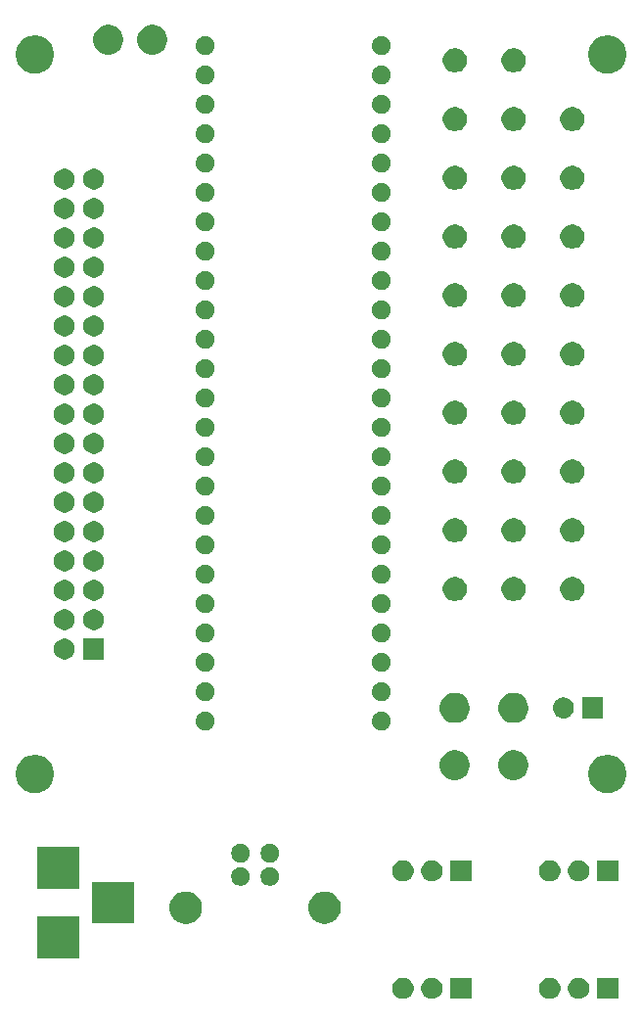
<source format=gbr>
G04 #@! TF.GenerationSoftware,KiCad,Pcbnew,(5.0.2-4-g3082e92af)*
G04 #@! TF.CreationDate,2019-02-05T21:12:24+02:00*
G04 #@! TF.ProjectId,My Piano Controller 6 (Full SMD),4d792050-6961-46e6-9f20-436f6e74726f,rev?*
G04 #@! TF.SameCoordinates,Original*
G04 #@! TF.FileFunction,Soldermask,Bot*
G04 #@! TF.FilePolarity,Negative*
%FSLAX46Y46*%
G04 Gerber Fmt 4.6, Leading zero omitted, Abs format (unit mm)*
G04 Created by KiCad (PCBNEW (5.0.2-4-g3082e92af)) date 2019 February 05, Tuesday 21:12:24*
%MOMM*%
%LPD*%
G01*
G04 APERTURE LIST*
%ADD10C,0.100000*%
G04 APERTURE END LIST*
D10*
G36*
X162216000Y-118528000D02*
X160364000Y-118528000D01*
X160364000Y-116676000D01*
X162216000Y-116676000D01*
X162216000Y-118528000D01*
X162216000Y-118528000D01*
G37*
G36*
X159060104Y-116711585D02*
X159228626Y-116781389D01*
X159380291Y-116882728D01*
X159509272Y-117011709D01*
X159610611Y-117163374D01*
X159680415Y-117331896D01*
X159716000Y-117510797D01*
X159716000Y-117693203D01*
X159680415Y-117872104D01*
X159610611Y-118040626D01*
X159509272Y-118192291D01*
X159380291Y-118321272D01*
X159228626Y-118422611D01*
X159060104Y-118492415D01*
X158881203Y-118528000D01*
X158698797Y-118528000D01*
X158519896Y-118492415D01*
X158351374Y-118422611D01*
X158199709Y-118321272D01*
X158070728Y-118192291D01*
X157969389Y-118040626D01*
X157899585Y-117872104D01*
X157864000Y-117693203D01*
X157864000Y-117510797D01*
X157899585Y-117331896D01*
X157969389Y-117163374D01*
X158070728Y-117011709D01*
X158199709Y-116882728D01*
X158351374Y-116781389D01*
X158519896Y-116711585D01*
X158698797Y-116676000D01*
X158881203Y-116676000D01*
X159060104Y-116711585D01*
X159060104Y-116711585D01*
G37*
G36*
X156560104Y-116711585D02*
X156728626Y-116781389D01*
X156880291Y-116882728D01*
X157009272Y-117011709D01*
X157110611Y-117163374D01*
X157180415Y-117331896D01*
X157216000Y-117510797D01*
X157216000Y-117693203D01*
X157180415Y-117872104D01*
X157110611Y-118040626D01*
X157009272Y-118192291D01*
X156880291Y-118321272D01*
X156728626Y-118422611D01*
X156560104Y-118492415D01*
X156381203Y-118528000D01*
X156198797Y-118528000D01*
X156019896Y-118492415D01*
X155851374Y-118422611D01*
X155699709Y-118321272D01*
X155570728Y-118192291D01*
X155469389Y-118040626D01*
X155399585Y-117872104D01*
X155364000Y-117693203D01*
X155364000Y-117510797D01*
X155399585Y-117331896D01*
X155469389Y-117163374D01*
X155570728Y-117011709D01*
X155699709Y-116882728D01*
X155851374Y-116781389D01*
X156019896Y-116711585D01*
X156198797Y-116676000D01*
X156381203Y-116676000D01*
X156560104Y-116711585D01*
X156560104Y-116711585D01*
G37*
G36*
X149516000Y-118528000D02*
X147664000Y-118528000D01*
X147664000Y-116676000D01*
X149516000Y-116676000D01*
X149516000Y-118528000D01*
X149516000Y-118528000D01*
G37*
G36*
X146360104Y-116711585D02*
X146528626Y-116781389D01*
X146680291Y-116882728D01*
X146809272Y-117011709D01*
X146910611Y-117163374D01*
X146980415Y-117331896D01*
X147016000Y-117510797D01*
X147016000Y-117693203D01*
X146980415Y-117872104D01*
X146910611Y-118040626D01*
X146809272Y-118192291D01*
X146680291Y-118321272D01*
X146528626Y-118422611D01*
X146360104Y-118492415D01*
X146181203Y-118528000D01*
X145998797Y-118528000D01*
X145819896Y-118492415D01*
X145651374Y-118422611D01*
X145499709Y-118321272D01*
X145370728Y-118192291D01*
X145269389Y-118040626D01*
X145199585Y-117872104D01*
X145164000Y-117693203D01*
X145164000Y-117510797D01*
X145199585Y-117331896D01*
X145269389Y-117163374D01*
X145370728Y-117011709D01*
X145499709Y-116882728D01*
X145651374Y-116781389D01*
X145819896Y-116711585D01*
X145998797Y-116676000D01*
X146181203Y-116676000D01*
X146360104Y-116711585D01*
X146360104Y-116711585D01*
G37*
G36*
X143860104Y-116711585D02*
X144028626Y-116781389D01*
X144180291Y-116882728D01*
X144309272Y-117011709D01*
X144410611Y-117163374D01*
X144480415Y-117331896D01*
X144516000Y-117510797D01*
X144516000Y-117693203D01*
X144480415Y-117872104D01*
X144410611Y-118040626D01*
X144309272Y-118192291D01*
X144180291Y-118321272D01*
X144028626Y-118422611D01*
X143860104Y-118492415D01*
X143681203Y-118528000D01*
X143498797Y-118528000D01*
X143319896Y-118492415D01*
X143151374Y-118422611D01*
X142999709Y-118321272D01*
X142870728Y-118192291D01*
X142769389Y-118040626D01*
X142699585Y-117872104D01*
X142664000Y-117693203D01*
X142664000Y-117510797D01*
X142699585Y-117331896D01*
X142769389Y-117163374D01*
X142870728Y-117011709D01*
X142999709Y-116882728D01*
X143151374Y-116781389D01*
X143319896Y-116711585D01*
X143498797Y-116676000D01*
X143681203Y-116676000D01*
X143860104Y-116711585D01*
X143860104Y-116711585D01*
G37*
G36*
X115593000Y-114989000D02*
X111991000Y-114989000D01*
X111991000Y-111387000D01*
X115593000Y-111387000D01*
X115593000Y-114989000D01*
X115593000Y-114989000D01*
G37*
G36*
X125128433Y-109252893D02*
X125218657Y-109270839D01*
X125324267Y-109314585D01*
X125473621Y-109376449D01*
X125703089Y-109529774D01*
X125898226Y-109724911D01*
X126051551Y-109954379D01*
X126157161Y-110209344D01*
X126211000Y-110480012D01*
X126211000Y-110755988D01*
X126157161Y-111026656D01*
X126051551Y-111281621D01*
X125898226Y-111511089D01*
X125703089Y-111706226D01*
X125473621Y-111859551D01*
X125324267Y-111921415D01*
X125218657Y-111965161D01*
X125128433Y-111983107D01*
X124947988Y-112019000D01*
X124672012Y-112019000D01*
X124491567Y-111983107D01*
X124401343Y-111965161D01*
X124295733Y-111921415D01*
X124146379Y-111859551D01*
X123916911Y-111706226D01*
X123721774Y-111511089D01*
X123568449Y-111281621D01*
X123462839Y-111026656D01*
X123409000Y-110755988D01*
X123409000Y-110480012D01*
X123462839Y-110209344D01*
X123568449Y-109954379D01*
X123721774Y-109724911D01*
X123916911Y-109529774D01*
X124146379Y-109376449D01*
X124295733Y-109314585D01*
X124401343Y-109270839D01*
X124491567Y-109252893D01*
X124672012Y-109217000D01*
X124947988Y-109217000D01*
X125128433Y-109252893D01*
X125128433Y-109252893D01*
G37*
G36*
X137128433Y-109252893D02*
X137218657Y-109270839D01*
X137324267Y-109314585D01*
X137473621Y-109376449D01*
X137703089Y-109529774D01*
X137898226Y-109724911D01*
X138051551Y-109954379D01*
X138157161Y-110209344D01*
X138211000Y-110480012D01*
X138211000Y-110755988D01*
X138157161Y-111026656D01*
X138051551Y-111281621D01*
X137898226Y-111511089D01*
X137703089Y-111706226D01*
X137473621Y-111859551D01*
X137324267Y-111921415D01*
X137218657Y-111965161D01*
X137128433Y-111983107D01*
X136947988Y-112019000D01*
X136672012Y-112019000D01*
X136491567Y-111983107D01*
X136401343Y-111965161D01*
X136295733Y-111921415D01*
X136146379Y-111859551D01*
X135916911Y-111706226D01*
X135721774Y-111511089D01*
X135568449Y-111281621D01*
X135462839Y-111026656D01*
X135409000Y-110755988D01*
X135409000Y-110480012D01*
X135462839Y-110209344D01*
X135568449Y-109954379D01*
X135721774Y-109724911D01*
X135916911Y-109529774D01*
X136146379Y-109376449D01*
X136295733Y-109314585D01*
X136401343Y-109270839D01*
X136491567Y-109252893D01*
X136672012Y-109217000D01*
X136947988Y-109217000D01*
X137128433Y-109252893D01*
X137128433Y-109252893D01*
G37*
G36*
X120293000Y-111989000D02*
X116691000Y-111989000D01*
X116691000Y-108387000D01*
X120293000Y-108387000D01*
X120293000Y-111989000D01*
X120293000Y-111989000D01*
G37*
G36*
X115593000Y-108989000D02*
X111991000Y-108989000D01*
X111991000Y-105387000D01*
X115593000Y-105387000D01*
X115593000Y-108989000D01*
X115593000Y-108989000D01*
G37*
G36*
X129776560Y-107138166D02*
X129857992Y-107171896D01*
X129924153Y-107199301D01*
X130055213Y-107286873D01*
X130056985Y-107288057D01*
X130169943Y-107401015D01*
X130169945Y-107401018D01*
X130258269Y-107533203D01*
X130258700Y-107533849D01*
X130319834Y-107681440D01*
X130351000Y-107838122D01*
X130351000Y-107997878D01*
X130319834Y-108154560D01*
X130258700Y-108302151D01*
X130169943Y-108434985D01*
X130056985Y-108547943D01*
X130056982Y-108547945D01*
X129924153Y-108636699D01*
X129924152Y-108636700D01*
X129924151Y-108636700D01*
X129776560Y-108697834D01*
X129619878Y-108729000D01*
X129460122Y-108729000D01*
X129303440Y-108697834D01*
X129155849Y-108636700D01*
X129155848Y-108636700D01*
X129155847Y-108636699D01*
X129023018Y-108547945D01*
X129023015Y-108547943D01*
X128910057Y-108434985D01*
X128821300Y-108302151D01*
X128760166Y-108154560D01*
X128729000Y-107997878D01*
X128729000Y-107838122D01*
X128760166Y-107681440D01*
X128821300Y-107533849D01*
X128821732Y-107533203D01*
X128910055Y-107401018D01*
X128910057Y-107401015D01*
X129023015Y-107288057D01*
X129024787Y-107286873D01*
X129155847Y-107199301D01*
X129222009Y-107171896D01*
X129303440Y-107138166D01*
X129460122Y-107107000D01*
X129619878Y-107107000D01*
X129776560Y-107138166D01*
X129776560Y-107138166D01*
G37*
G36*
X132316560Y-107138166D02*
X132397992Y-107171896D01*
X132464153Y-107199301D01*
X132595213Y-107286873D01*
X132596985Y-107288057D01*
X132709943Y-107401015D01*
X132709945Y-107401018D01*
X132798269Y-107533203D01*
X132798700Y-107533849D01*
X132859834Y-107681440D01*
X132891000Y-107838122D01*
X132891000Y-107997878D01*
X132859834Y-108154560D01*
X132798700Y-108302151D01*
X132709943Y-108434985D01*
X132596985Y-108547943D01*
X132596982Y-108547945D01*
X132464153Y-108636699D01*
X132464152Y-108636700D01*
X132464151Y-108636700D01*
X132316560Y-108697834D01*
X132159878Y-108729000D01*
X132000122Y-108729000D01*
X131843440Y-108697834D01*
X131695849Y-108636700D01*
X131695848Y-108636700D01*
X131695847Y-108636699D01*
X131563018Y-108547945D01*
X131563015Y-108547943D01*
X131450057Y-108434985D01*
X131361300Y-108302151D01*
X131300166Y-108154560D01*
X131269000Y-107997878D01*
X131269000Y-107838122D01*
X131300166Y-107681440D01*
X131361300Y-107533849D01*
X131361732Y-107533203D01*
X131450055Y-107401018D01*
X131450057Y-107401015D01*
X131563015Y-107288057D01*
X131564787Y-107286873D01*
X131695847Y-107199301D01*
X131762009Y-107171896D01*
X131843440Y-107138166D01*
X132000122Y-107107000D01*
X132159878Y-107107000D01*
X132316560Y-107138166D01*
X132316560Y-107138166D01*
G37*
G36*
X162216000Y-108368000D02*
X160364000Y-108368000D01*
X160364000Y-106516000D01*
X162216000Y-106516000D01*
X162216000Y-108368000D01*
X162216000Y-108368000D01*
G37*
G36*
X159060104Y-106551585D02*
X159228626Y-106621389D01*
X159380291Y-106722728D01*
X159509272Y-106851709D01*
X159610611Y-107003374D01*
X159680415Y-107171896D01*
X159716000Y-107350797D01*
X159716000Y-107533203D01*
X159680415Y-107712104D01*
X159610611Y-107880626D01*
X159509272Y-108032291D01*
X159380291Y-108161272D01*
X159228626Y-108262611D01*
X159060104Y-108332415D01*
X158881203Y-108368000D01*
X158698797Y-108368000D01*
X158519896Y-108332415D01*
X158351374Y-108262611D01*
X158199709Y-108161272D01*
X158070728Y-108032291D01*
X157969389Y-107880626D01*
X157899585Y-107712104D01*
X157864000Y-107533203D01*
X157864000Y-107350797D01*
X157899585Y-107171896D01*
X157969389Y-107003374D01*
X158070728Y-106851709D01*
X158199709Y-106722728D01*
X158351374Y-106621389D01*
X158519896Y-106551585D01*
X158698797Y-106516000D01*
X158881203Y-106516000D01*
X159060104Y-106551585D01*
X159060104Y-106551585D01*
G37*
G36*
X156560104Y-106551585D02*
X156728626Y-106621389D01*
X156880291Y-106722728D01*
X157009272Y-106851709D01*
X157110611Y-107003374D01*
X157180415Y-107171896D01*
X157216000Y-107350797D01*
X157216000Y-107533203D01*
X157180415Y-107712104D01*
X157110611Y-107880626D01*
X157009272Y-108032291D01*
X156880291Y-108161272D01*
X156728626Y-108262611D01*
X156560104Y-108332415D01*
X156381203Y-108368000D01*
X156198797Y-108368000D01*
X156019896Y-108332415D01*
X155851374Y-108262611D01*
X155699709Y-108161272D01*
X155570728Y-108032291D01*
X155469389Y-107880626D01*
X155399585Y-107712104D01*
X155364000Y-107533203D01*
X155364000Y-107350797D01*
X155399585Y-107171896D01*
X155469389Y-107003374D01*
X155570728Y-106851709D01*
X155699709Y-106722728D01*
X155851374Y-106621389D01*
X156019896Y-106551585D01*
X156198797Y-106516000D01*
X156381203Y-106516000D01*
X156560104Y-106551585D01*
X156560104Y-106551585D01*
G37*
G36*
X149516000Y-108368000D02*
X147664000Y-108368000D01*
X147664000Y-106516000D01*
X149516000Y-106516000D01*
X149516000Y-108368000D01*
X149516000Y-108368000D01*
G37*
G36*
X146360104Y-106551585D02*
X146528626Y-106621389D01*
X146680291Y-106722728D01*
X146809272Y-106851709D01*
X146910611Y-107003374D01*
X146980415Y-107171896D01*
X147016000Y-107350797D01*
X147016000Y-107533203D01*
X146980415Y-107712104D01*
X146910611Y-107880626D01*
X146809272Y-108032291D01*
X146680291Y-108161272D01*
X146528626Y-108262611D01*
X146360104Y-108332415D01*
X146181203Y-108368000D01*
X145998797Y-108368000D01*
X145819896Y-108332415D01*
X145651374Y-108262611D01*
X145499709Y-108161272D01*
X145370728Y-108032291D01*
X145269389Y-107880626D01*
X145199585Y-107712104D01*
X145164000Y-107533203D01*
X145164000Y-107350797D01*
X145199585Y-107171896D01*
X145269389Y-107003374D01*
X145370728Y-106851709D01*
X145499709Y-106722728D01*
X145651374Y-106621389D01*
X145819896Y-106551585D01*
X145998797Y-106516000D01*
X146181203Y-106516000D01*
X146360104Y-106551585D01*
X146360104Y-106551585D01*
G37*
G36*
X143860104Y-106551585D02*
X144028626Y-106621389D01*
X144180291Y-106722728D01*
X144309272Y-106851709D01*
X144410611Y-107003374D01*
X144480415Y-107171896D01*
X144516000Y-107350797D01*
X144516000Y-107533203D01*
X144480415Y-107712104D01*
X144410611Y-107880626D01*
X144309272Y-108032291D01*
X144180291Y-108161272D01*
X144028626Y-108262611D01*
X143860104Y-108332415D01*
X143681203Y-108368000D01*
X143498797Y-108368000D01*
X143319896Y-108332415D01*
X143151374Y-108262611D01*
X142999709Y-108161272D01*
X142870728Y-108032291D01*
X142769389Y-107880626D01*
X142699585Y-107712104D01*
X142664000Y-107533203D01*
X142664000Y-107350797D01*
X142699585Y-107171896D01*
X142769389Y-107003374D01*
X142870728Y-106851709D01*
X142999709Y-106722728D01*
X143151374Y-106621389D01*
X143319896Y-106551585D01*
X143498797Y-106516000D01*
X143681203Y-106516000D01*
X143860104Y-106551585D01*
X143860104Y-106551585D01*
G37*
G36*
X132316560Y-105138166D02*
X132464153Y-105199301D01*
X132595213Y-105286873D01*
X132596985Y-105288057D01*
X132709943Y-105401015D01*
X132798700Y-105533849D01*
X132859834Y-105681440D01*
X132891000Y-105838122D01*
X132891000Y-105997878D01*
X132859834Y-106154560D01*
X132798700Y-106302151D01*
X132709943Y-106434985D01*
X132596985Y-106547943D01*
X132596982Y-106547945D01*
X132464153Y-106636699D01*
X132464152Y-106636700D01*
X132464151Y-106636700D01*
X132316560Y-106697834D01*
X132159878Y-106729000D01*
X132000122Y-106729000D01*
X131843440Y-106697834D01*
X131695849Y-106636700D01*
X131695848Y-106636700D01*
X131695847Y-106636699D01*
X131563018Y-106547945D01*
X131563015Y-106547943D01*
X131450057Y-106434985D01*
X131361300Y-106302151D01*
X131300166Y-106154560D01*
X131269000Y-105997878D01*
X131269000Y-105838122D01*
X131300166Y-105681440D01*
X131361300Y-105533849D01*
X131450057Y-105401015D01*
X131563015Y-105288057D01*
X131564787Y-105286873D01*
X131695847Y-105199301D01*
X131843440Y-105138166D01*
X132000122Y-105107000D01*
X132159878Y-105107000D01*
X132316560Y-105138166D01*
X132316560Y-105138166D01*
G37*
G36*
X129776560Y-105138166D02*
X129924153Y-105199301D01*
X130055213Y-105286873D01*
X130056985Y-105288057D01*
X130169943Y-105401015D01*
X130258700Y-105533849D01*
X130319834Y-105681440D01*
X130351000Y-105838122D01*
X130351000Y-105997878D01*
X130319834Y-106154560D01*
X130258700Y-106302151D01*
X130169943Y-106434985D01*
X130056985Y-106547943D01*
X130056982Y-106547945D01*
X129924153Y-106636699D01*
X129924152Y-106636700D01*
X129924151Y-106636700D01*
X129776560Y-106697834D01*
X129619878Y-106729000D01*
X129460122Y-106729000D01*
X129303440Y-106697834D01*
X129155849Y-106636700D01*
X129155848Y-106636700D01*
X129155847Y-106636699D01*
X129023018Y-106547945D01*
X129023015Y-106547943D01*
X128910057Y-106434985D01*
X128821300Y-106302151D01*
X128760166Y-106154560D01*
X128729000Y-105997878D01*
X128729000Y-105838122D01*
X128760166Y-105681440D01*
X128821300Y-105533849D01*
X128910057Y-105401015D01*
X129023015Y-105288057D01*
X129024787Y-105286873D01*
X129155847Y-105199301D01*
X129303440Y-105138166D01*
X129460122Y-105107000D01*
X129619878Y-105107000D01*
X129776560Y-105138166D01*
X129776560Y-105138166D01*
G37*
G36*
X161665256Y-97451298D02*
X161771579Y-97472447D01*
X162072042Y-97596903D01*
X162338852Y-97775180D01*
X162342454Y-97777587D01*
X162572413Y-98007546D01*
X162753098Y-98277960D01*
X162877553Y-98578422D01*
X162941000Y-98897389D01*
X162941000Y-99222611D01*
X162877553Y-99541578D01*
X162753098Y-99842040D01*
X162572413Y-100112454D01*
X162342454Y-100342413D01*
X162342451Y-100342415D01*
X162072042Y-100523097D01*
X161771579Y-100647553D01*
X161665256Y-100668702D01*
X161452611Y-100711000D01*
X161127389Y-100711000D01*
X160914744Y-100668702D01*
X160808421Y-100647553D01*
X160507958Y-100523097D01*
X160237549Y-100342415D01*
X160237546Y-100342413D01*
X160007587Y-100112454D01*
X159826902Y-99842040D01*
X159702447Y-99541578D01*
X159639000Y-99222611D01*
X159639000Y-98897389D01*
X159702447Y-98578422D01*
X159826902Y-98277960D01*
X160007587Y-98007546D01*
X160237546Y-97777587D01*
X160241148Y-97775180D01*
X160507958Y-97596903D01*
X160808421Y-97472447D01*
X160914744Y-97451298D01*
X161127389Y-97409000D01*
X161452611Y-97409000D01*
X161665256Y-97451298D01*
X161665256Y-97451298D01*
G37*
G36*
X112135256Y-97451298D02*
X112241579Y-97472447D01*
X112542042Y-97596903D01*
X112808852Y-97775180D01*
X112812454Y-97777587D01*
X113042413Y-98007546D01*
X113223098Y-98277960D01*
X113347553Y-98578422D01*
X113411000Y-98897389D01*
X113411000Y-99222611D01*
X113347553Y-99541578D01*
X113223098Y-99842040D01*
X113042413Y-100112454D01*
X112812454Y-100342413D01*
X112812451Y-100342415D01*
X112542042Y-100523097D01*
X112241579Y-100647553D01*
X112135256Y-100668702D01*
X111922611Y-100711000D01*
X111597389Y-100711000D01*
X111384744Y-100668702D01*
X111278421Y-100647553D01*
X110977958Y-100523097D01*
X110707549Y-100342415D01*
X110707546Y-100342413D01*
X110477587Y-100112454D01*
X110296902Y-99842040D01*
X110172447Y-99541578D01*
X110109000Y-99222611D01*
X110109000Y-98897389D01*
X110172447Y-98578422D01*
X110296902Y-98277960D01*
X110477587Y-98007546D01*
X110707546Y-97777587D01*
X110711148Y-97775180D01*
X110977958Y-97596903D01*
X111278421Y-97472447D01*
X111384744Y-97451298D01*
X111597389Y-97409000D01*
X111922611Y-97409000D01*
X112135256Y-97451298D01*
X112135256Y-97451298D01*
G37*
G36*
X148461393Y-97047304D02*
X148698102Y-97145352D01*
X148911138Y-97287698D01*
X149092302Y-97468862D01*
X149234648Y-97681898D01*
X149332696Y-97918607D01*
X149382680Y-98169893D01*
X149382680Y-98426107D01*
X149332696Y-98677393D01*
X149234648Y-98914102D01*
X149092302Y-99127138D01*
X148911138Y-99308302D01*
X148698102Y-99450648D01*
X148461393Y-99548696D01*
X148210107Y-99598680D01*
X147953893Y-99598680D01*
X147702607Y-99548696D01*
X147465898Y-99450648D01*
X147252862Y-99308302D01*
X147071698Y-99127138D01*
X146929352Y-98914102D01*
X146831304Y-98677393D01*
X146781320Y-98426107D01*
X146781320Y-98169893D01*
X146831304Y-97918607D01*
X146929352Y-97681898D01*
X147071698Y-97468862D01*
X147252862Y-97287698D01*
X147465898Y-97145352D01*
X147702607Y-97047304D01*
X147953893Y-96997320D01*
X148210107Y-96997320D01*
X148461393Y-97047304D01*
X148461393Y-97047304D01*
G37*
G36*
X153541393Y-97047304D02*
X153778102Y-97145352D01*
X153991138Y-97287698D01*
X154172302Y-97468862D01*
X154314648Y-97681898D01*
X154412696Y-97918607D01*
X154462680Y-98169893D01*
X154462680Y-98426107D01*
X154412696Y-98677393D01*
X154314648Y-98914102D01*
X154172302Y-99127138D01*
X153991138Y-99308302D01*
X153778102Y-99450648D01*
X153541393Y-99548696D01*
X153290107Y-99598680D01*
X153033893Y-99598680D01*
X152782607Y-99548696D01*
X152545898Y-99450648D01*
X152332862Y-99308302D01*
X152151698Y-99127138D01*
X152009352Y-98914102D01*
X151911304Y-98677393D01*
X151861320Y-98426107D01*
X151861320Y-98169893D01*
X151911304Y-97918607D01*
X152009352Y-97681898D01*
X152151698Y-97468862D01*
X152332862Y-97287698D01*
X152545898Y-97145352D01*
X152782607Y-97047304D01*
X153033893Y-96997320D01*
X153290107Y-96997320D01*
X153541393Y-97047304D01*
X153541393Y-97047304D01*
G37*
G36*
X126730016Y-93703358D02*
X126730019Y-93703359D01*
X126730018Y-93703359D01*
X126878521Y-93764870D01*
X127012170Y-93854172D01*
X127125828Y-93967830D01*
X127215130Y-94101479D01*
X127266087Y-94224503D01*
X127276642Y-94249984D01*
X127308000Y-94407630D01*
X127308000Y-94568370D01*
X127276642Y-94726016D01*
X127276641Y-94726018D01*
X127215130Y-94874521D01*
X127125828Y-95008170D01*
X127012170Y-95121828D01*
X126878521Y-95211130D01*
X126755497Y-95262087D01*
X126730016Y-95272642D01*
X126572370Y-95304000D01*
X126411630Y-95304000D01*
X126253984Y-95272642D01*
X126228503Y-95262087D01*
X126105479Y-95211130D01*
X125971830Y-95121828D01*
X125858172Y-95008170D01*
X125768870Y-94874521D01*
X125707359Y-94726018D01*
X125707358Y-94726016D01*
X125676000Y-94568370D01*
X125676000Y-94407630D01*
X125707358Y-94249984D01*
X125717913Y-94224503D01*
X125768870Y-94101479D01*
X125858172Y-93967830D01*
X125971830Y-93854172D01*
X126105479Y-93764870D01*
X126253982Y-93703359D01*
X126253981Y-93703359D01*
X126253984Y-93703358D01*
X126411630Y-93672000D01*
X126572370Y-93672000D01*
X126730016Y-93703358D01*
X126730016Y-93703358D01*
G37*
G36*
X141970016Y-93703358D02*
X141970019Y-93703359D01*
X141970018Y-93703359D01*
X142118521Y-93764870D01*
X142252170Y-93854172D01*
X142365828Y-93967830D01*
X142455130Y-94101479D01*
X142506087Y-94224503D01*
X142516642Y-94249984D01*
X142548000Y-94407630D01*
X142548000Y-94568370D01*
X142516642Y-94726016D01*
X142516641Y-94726018D01*
X142455130Y-94874521D01*
X142365828Y-95008170D01*
X142252170Y-95121828D01*
X142118521Y-95211130D01*
X141995497Y-95262087D01*
X141970016Y-95272642D01*
X141812370Y-95304000D01*
X141651630Y-95304000D01*
X141493984Y-95272642D01*
X141468503Y-95262087D01*
X141345479Y-95211130D01*
X141211830Y-95121828D01*
X141098172Y-95008170D01*
X141008870Y-94874521D01*
X140947359Y-94726018D01*
X140947358Y-94726016D01*
X140916000Y-94568370D01*
X140916000Y-94407630D01*
X140947358Y-94249984D01*
X140957913Y-94224503D01*
X141008870Y-94101479D01*
X141098172Y-93967830D01*
X141211830Y-93854172D01*
X141345479Y-93764870D01*
X141493982Y-93703359D01*
X141493981Y-93703359D01*
X141493984Y-93703358D01*
X141651630Y-93672000D01*
X141812370Y-93672000D01*
X141970016Y-93703358D01*
X141970016Y-93703358D01*
G37*
G36*
X148461393Y-92094304D02*
X148698102Y-92192352D01*
X148911138Y-92334698D01*
X149092302Y-92515862D01*
X149234648Y-92728898D01*
X149332696Y-92965607D01*
X149382680Y-93216893D01*
X149382680Y-93473107D01*
X149332696Y-93724393D01*
X149234648Y-93961102D01*
X149092302Y-94174138D01*
X148911138Y-94355302D01*
X148698102Y-94497648D01*
X148461393Y-94595696D01*
X148210107Y-94645680D01*
X147953893Y-94645680D01*
X147702607Y-94595696D01*
X147465898Y-94497648D01*
X147252862Y-94355302D01*
X147071698Y-94174138D01*
X146929352Y-93961102D01*
X146831304Y-93724393D01*
X146781320Y-93473107D01*
X146781320Y-93216893D01*
X146831304Y-92965607D01*
X146929352Y-92728898D01*
X147071698Y-92515862D01*
X147252862Y-92334698D01*
X147465898Y-92192352D01*
X147702607Y-92094304D01*
X147953893Y-92044320D01*
X148210107Y-92044320D01*
X148461393Y-92094304D01*
X148461393Y-92094304D01*
G37*
G36*
X153541393Y-92094304D02*
X153778102Y-92192352D01*
X153991138Y-92334698D01*
X154172302Y-92515862D01*
X154314648Y-92728898D01*
X154412696Y-92965607D01*
X154462680Y-93216893D01*
X154462680Y-93473107D01*
X154412696Y-93724393D01*
X154314648Y-93961102D01*
X154172302Y-94174138D01*
X153991138Y-94355302D01*
X153778102Y-94497648D01*
X153541393Y-94595696D01*
X153290107Y-94645680D01*
X153033893Y-94645680D01*
X152782607Y-94595696D01*
X152545898Y-94497648D01*
X152332862Y-94355302D01*
X152151698Y-94174138D01*
X152009352Y-93961102D01*
X151911304Y-93724393D01*
X151861320Y-93473107D01*
X151861320Y-93216893D01*
X151911304Y-92965607D01*
X152009352Y-92728898D01*
X152151698Y-92515862D01*
X152332862Y-92334698D01*
X152545898Y-92192352D01*
X152782607Y-92094304D01*
X153033893Y-92044320D01*
X153290107Y-92044320D01*
X153541393Y-92094304D01*
X153541393Y-92094304D01*
G37*
G36*
X157590443Y-92450519D02*
X157656627Y-92457037D01*
X157769853Y-92491384D01*
X157826467Y-92508557D01*
X157963540Y-92581825D01*
X157982991Y-92592222D01*
X158018729Y-92621552D01*
X158120186Y-92704814D01*
X158203448Y-92806271D01*
X158232778Y-92842009D01*
X158232779Y-92842011D01*
X158316443Y-92998533D01*
X158316443Y-92998534D01*
X158367963Y-93168373D01*
X158385359Y-93345000D01*
X158367963Y-93521627D01*
X158333616Y-93634853D01*
X158316443Y-93691467D01*
X158242348Y-93830087D01*
X158232778Y-93847991D01*
X158203448Y-93883729D01*
X158120186Y-93985186D01*
X158018729Y-94068448D01*
X157982991Y-94097778D01*
X157982989Y-94097779D01*
X157826467Y-94181443D01*
X157769853Y-94198616D01*
X157656627Y-94232963D01*
X157590443Y-94239481D01*
X157524260Y-94246000D01*
X157435740Y-94246000D01*
X157369557Y-94239481D01*
X157303373Y-94232963D01*
X157190147Y-94198616D01*
X157133533Y-94181443D01*
X156977011Y-94097779D01*
X156977009Y-94097778D01*
X156941271Y-94068448D01*
X156839814Y-93985186D01*
X156756552Y-93883729D01*
X156727222Y-93847991D01*
X156717652Y-93830087D01*
X156643557Y-93691467D01*
X156626384Y-93634853D01*
X156592037Y-93521627D01*
X156574641Y-93345000D01*
X156592037Y-93168373D01*
X156643557Y-92998534D01*
X156643557Y-92998533D01*
X156727221Y-92842011D01*
X156727222Y-92842009D01*
X156756552Y-92806271D01*
X156839814Y-92704814D01*
X156941271Y-92621552D01*
X156977009Y-92592222D01*
X156996460Y-92581825D01*
X157133533Y-92508557D01*
X157190147Y-92491384D01*
X157303373Y-92457037D01*
X157369557Y-92450519D01*
X157435740Y-92444000D01*
X157524260Y-92444000D01*
X157590443Y-92450519D01*
X157590443Y-92450519D01*
G37*
G36*
X160921000Y-94246000D02*
X159119000Y-94246000D01*
X159119000Y-92444000D01*
X160921000Y-92444000D01*
X160921000Y-94246000D01*
X160921000Y-94246000D01*
G37*
G36*
X126730016Y-91163358D02*
X126730019Y-91163359D01*
X126730018Y-91163359D01*
X126878521Y-91224870D01*
X127012170Y-91314172D01*
X127125828Y-91427830D01*
X127215130Y-91561479D01*
X127266087Y-91684503D01*
X127276642Y-91709984D01*
X127308000Y-91867630D01*
X127308000Y-92028370D01*
X127276642Y-92186016D01*
X127274017Y-92192353D01*
X127215130Y-92334521D01*
X127125828Y-92468170D01*
X127012170Y-92581828D01*
X126878521Y-92671130D01*
X126755497Y-92722087D01*
X126730016Y-92732642D01*
X126572370Y-92764000D01*
X126411630Y-92764000D01*
X126253984Y-92732642D01*
X126228503Y-92722087D01*
X126105479Y-92671130D01*
X125971830Y-92581828D01*
X125858172Y-92468170D01*
X125768870Y-92334521D01*
X125709983Y-92192353D01*
X125707358Y-92186016D01*
X125676000Y-92028370D01*
X125676000Y-91867630D01*
X125707358Y-91709984D01*
X125717913Y-91684503D01*
X125768870Y-91561479D01*
X125858172Y-91427830D01*
X125971830Y-91314172D01*
X126105479Y-91224870D01*
X126253982Y-91163359D01*
X126253981Y-91163359D01*
X126253984Y-91163358D01*
X126411630Y-91132000D01*
X126572370Y-91132000D01*
X126730016Y-91163358D01*
X126730016Y-91163358D01*
G37*
G36*
X141970016Y-91163358D02*
X141970019Y-91163359D01*
X141970018Y-91163359D01*
X142118521Y-91224870D01*
X142252170Y-91314172D01*
X142365828Y-91427830D01*
X142455130Y-91561479D01*
X142506087Y-91684503D01*
X142516642Y-91709984D01*
X142548000Y-91867630D01*
X142548000Y-92028370D01*
X142516642Y-92186016D01*
X142514017Y-92192353D01*
X142455130Y-92334521D01*
X142365828Y-92468170D01*
X142252170Y-92581828D01*
X142118521Y-92671130D01*
X141995497Y-92722087D01*
X141970016Y-92732642D01*
X141812370Y-92764000D01*
X141651630Y-92764000D01*
X141493984Y-92732642D01*
X141468503Y-92722087D01*
X141345479Y-92671130D01*
X141211830Y-92581828D01*
X141098172Y-92468170D01*
X141008870Y-92334521D01*
X140949983Y-92192353D01*
X140947358Y-92186016D01*
X140916000Y-92028370D01*
X140916000Y-91867630D01*
X140947358Y-91709984D01*
X140957913Y-91684503D01*
X141008870Y-91561479D01*
X141098172Y-91427830D01*
X141211830Y-91314172D01*
X141345479Y-91224870D01*
X141493982Y-91163359D01*
X141493981Y-91163359D01*
X141493984Y-91163358D01*
X141651630Y-91132000D01*
X141812370Y-91132000D01*
X141970016Y-91163358D01*
X141970016Y-91163358D01*
G37*
G36*
X141970016Y-88623358D02*
X141970019Y-88623359D01*
X141970018Y-88623359D01*
X142118521Y-88684870D01*
X142252170Y-88774172D01*
X142365828Y-88887830D01*
X142455130Y-89021479D01*
X142472517Y-89063456D01*
X142516642Y-89169984D01*
X142548000Y-89327630D01*
X142548000Y-89488370D01*
X142516642Y-89646016D01*
X142516641Y-89646018D01*
X142455130Y-89794521D01*
X142365828Y-89928170D01*
X142252170Y-90041828D01*
X142118521Y-90131130D01*
X141995497Y-90182087D01*
X141970016Y-90192642D01*
X141812370Y-90224000D01*
X141651630Y-90224000D01*
X141493984Y-90192642D01*
X141468503Y-90182087D01*
X141345479Y-90131130D01*
X141211830Y-90041828D01*
X141098172Y-89928170D01*
X141008870Y-89794521D01*
X140947359Y-89646018D01*
X140947358Y-89646016D01*
X140916000Y-89488370D01*
X140916000Y-89327630D01*
X140947358Y-89169984D01*
X140991483Y-89063456D01*
X141008870Y-89021479D01*
X141098172Y-88887830D01*
X141211830Y-88774172D01*
X141345479Y-88684870D01*
X141493982Y-88623359D01*
X141493981Y-88623359D01*
X141493984Y-88623358D01*
X141651630Y-88592000D01*
X141812370Y-88592000D01*
X141970016Y-88623358D01*
X141970016Y-88623358D01*
G37*
G36*
X126730016Y-88623358D02*
X126730019Y-88623359D01*
X126730018Y-88623359D01*
X126878521Y-88684870D01*
X127012170Y-88774172D01*
X127125828Y-88887830D01*
X127215130Y-89021479D01*
X127232517Y-89063456D01*
X127276642Y-89169984D01*
X127308000Y-89327630D01*
X127308000Y-89488370D01*
X127276642Y-89646016D01*
X127276641Y-89646018D01*
X127215130Y-89794521D01*
X127125828Y-89928170D01*
X127012170Y-90041828D01*
X126878521Y-90131130D01*
X126755497Y-90182087D01*
X126730016Y-90192642D01*
X126572370Y-90224000D01*
X126411630Y-90224000D01*
X126253984Y-90192642D01*
X126228503Y-90182087D01*
X126105479Y-90131130D01*
X125971830Y-90041828D01*
X125858172Y-89928170D01*
X125768870Y-89794521D01*
X125707359Y-89646018D01*
X125707358Y-89646016D01*
X125676000Y-89488370D01*
X125676000Y-89327630D01*
X125707358Y-89169984D01*
X125751483Y-89063456D01*
X125768870Y-89021479D01*
X125858172Y-88887830D01*
X125971830Y-88774172D01*
X126105479Y-88684870D01*
X126253982Y-88623359D01*
X126253981Y-88623359D01*
X126253984Y-88623358D01*
X126411630Y-88592000D01*
X126572370Y-88592000D01*
X126730016Y-88623358D01*
X126730016Y-88623358D01*
G37*
G36*
X114562812Y-87398624D02*
X114726784Y-87466544D01*
X114874354Y-87565147D01*
X114999853Y-87690646D01*
X115098456Y-87838216D01*
X115166376Y-88002188D01*
X115201000Y-88176259D01*
X115201000Y-88353741D01*
X115166376Y-88527812D01*
X115098456Y-88691784D01*
X114999853Y-88839354D01*
X114874354Y-88964853D01*
X114726784Y-89063456D01*
X114562812Y-89131376D01*
X114388741Y-89166000D01*
X114211259Y-89166000D01*
X114037188Y-89131376D01*
X113873216Y-89063456D01*
X113725646Y-88964853D01*
X113600147Y-88839354D01*
X113501544Y-88691784D01*
X113433624Y-88527812D01*
X113399000Y-88353741D01*
X113399000Y-88176259D01*
X113433624Y-88002188D01*
X113501544Y-87838216D01*
X113600147Y-87690646D01*
X113725646Y-87565147D01*
X113873216Y-87466544D01*
X114037188Y-87398624D01*
X114211259Y-87364000D01*
X114388741Y-87364000D01*
X114562812Y-87398624D01*
X114562812Y-87398624D01*
G37*
G36*
X117741000Y-89166000D02*
X115939000Y-89166000D01*
X115939000Y-87364000D01*
X117741000Y-87364000D01*
X117741000Y-89166000D01*
X117741000Y-89166000D01*
G37*
G36*
X141970016Y-86083358D02*
X141970019Y-86083359D01*
X141970018Y-86083359D01*
X142118521Y-86144870D01*
X142252170Y-86234172D01*
X142365828Y-86347830D01*
X142455130Y-86481479D01*
X142472517Y-86523456D01*
X142516642Y-86629984D01*
X142548000Y-86787630D01*
X142548000Y-86948370D01*
X142516642Y-87106016D01*
X142516641Y-87106018D01*
X142455130Y-87254521D01*
X142365828Y-87388170D01*
X142252170Y-87501828D01*
X142118521Y-87591130D01*
X141995497Y-87642087D01*
X141970016Y-87652642D01*
X141812370Y-87684000D01*
X141651630Y-87684000D01*
X141493984Y-87652642D01*
X141468503Y-87642087D01*
X141345479Y-87591130D01*
X141211830Y-87501828D01*
X141098172Y-87388170D01*
X141008870Y-87254521D01*
X140947359Y-87106018D01*
X140947358Y-87106016D01*
X140916000Y-86948370D01*
X140916000Y-86787630D01*
X140947358Y-86629984D01*
X140991483Y-86523456D01*
X141008870Y-86481479D01*
X141098172Y-86347830D01*
X141211830Y-86234172D01*
X141345479Y-86144870D01*
X141493982Y-86083359D01*
X141493981Y-86083359D01*
X141493984Y-86083358D01*
X141651630Y-86052000D01*
X141812370Y-86052000D01*
X141970016Y-86083358D01*
X141970016Y-86083358D01*
G37*
G36*
X126730016Y-86083358D02*
X126730019Y-86083359D01*
X126730018Y-86083359D01*
X126878521Y-86144870D01*
X127012170Y-86234172D01*
X127125828Y-86347830D01*
X127215130Y-86481479D01*
X127232517Y-86523456D01*
X127276642Y-86629984D01*
X127308000Y-86787630D01*
X127308000Y-86948370D01*
X127276642Y-87106016D01*
X127276641Y-87106018D01*
X127215130Y-87254521D01*
X127125828Y-87388170D01*
X127012170Y-87501828D01*
X126878521Y-87591130D01*
X126755497Y-87642087D01*
X126730016Y-87652642D01*
X126572370Y-87684000D01*
X126411630Y-87684000D01*
X126253984Y-87652642D01*
X126228503Y-87642087D01*
X126105479Y-87591130D01*
X125971830Y-87501828D01*
X125858172Y-87388170D01*
X125768870Y-87254521D01*
X125707359Y-87106018D01*
X125707358Y-87106016D01*
X125676000Y-86948370D01*
X125676000Y-86787630D01*
X125707358Y-86629984D01*
X125751483Y-86523456D01*
X125768870Y-86481479D01*
X125858172Y-86347830D01*
X125971830Y-86234172D01*
X126105479Y-86144870D01*
X126253982Y-86083359D01*
X126253981Y-86083359D01*
X126253984Y-86083358D01*
X126411630Y-86052000D01*
X126572370Y-86052000D01*
X126730016Y-86083358D01*
X126730016Y-86083358D01*
G37*
G36*
X117102812Y-84858624D02*
X117266784Y-84926544D01*
X117414354Y-85025147D01*
X117539853Y-85150646D01*
X117638456Y-85298216D01*
X117706376Y-85462188D01*
X117741000Y-85636259D01*
X117741000Y-85813741D01*
X117706376Y-85987812D01*
X117638456Y-86151784D01*
X117539853Y-86299354D01*
X117414354Y-86424853D01*
X117266784Y-86523456D01*
X117102812Y-86591376D01*
X116928741Y-86626000D01*
X116751259Y-86626000D01*
X116577188Y-86591376D01*
X116413216Y-86523456D01*
X116265646Y-86424853D01*
X116140147Y-86299354D01*
X116041544Y-86151784D01*
X115973624Y-85987812D01*
X115939000Y-85813741D01*
X115939000Y-85636259D01*
X115973624Y-85462188D01*
X116041544Y-85298216D01*
X116140147Y-85150646D01*
X116265646Y-85025147D01*
X116413216Y-84926544D01*
X116577188Y-84858624D01*
X116751259Y-84824000D01*
X116928741Y-84824000D01*
X117102812Y-84858624D01*
X117102812Y-84858624D01*
G37*
G36*
X114562812Y-84858624D02*
X114726784Y-84926544D01*
X114874354Y-85025147D01*
X114999853Y-85150646D01*
X115098456Y-85298216D01*
X115166376Y-85462188D01*
X115201000Y-85636259D01*
X115201000Y-85813741D01*
X115166376Y-85987812D01*
X115098456Y-86151784D01*
X114999853Y-86299354D01*
X114874354Y-86424853D01*
X114726784Y-86523456D01*
X114562812Y-86591376D01*
X114388741Y-86626000D01*
X114211259Y-86626000D01*
X114037188Y-86591376D01*
X113873216Y-86523456D01*
X113725646Y-86424853D01*
X113600147Y-86299354D01*
X113501544Y-86151784D01*
X113433624Y-85987812D01*
X113399000Y-85813741D01*
X113399000Y-85636259D01*
X113433624Y-85462188D01*
X113501544Y-85298216D01*
X113600147Y-85150646D01*
X113725646Y-85025147D01*
X113873216Y-84926544D01*
X114037188Y-84858624D01*
X114211259Y-84824000D01*
X114388741Y-84824000D01*
X114562812Y-84858624D01*
X114562812Y-84858624D01*
G37*
G36*
X141970016Y-83543358D02*
X141970019Y-83543359D01*
X141970018Y-83543359D01*
X142118521Y-83604870D01*
X142252170Y-83694172D01*
X142365828Y-83807830D01*
X142455130Y-83941479D01*
X142472517Y-83983456D01*
X142516642Y-84089984D01*
X142548000Y-84247630D01*
X142548000Y-84408370D01*
X142516642Y-84566016D01*
X142516641Y-84566018D01*
X142455130Y-84714521D01*
X142365828Y-84848170D01*
X142252170Y-84961828D01*
X142118521Y-85051130D01*
X141995497Y-85102087D01*
X141970016Y-85112642D01*
X141812370Y-85144000D01*
X141651630Y-85144000D01*
X141493984Y-85112642D01*
X141468503Y-85102087D01*
X141345479Y-85051130D01*
X141211830Y-84961828D01*
X141098172Y-84848170D01*
X141008870Y-84714521D01*
X140947359Y-84566018D01*
X140947358Y-84566016D01*
X140916000Y-84408370D01*
X140916000Y-84247630D01*
X140947358Y-84089984D01*
X140991483Y-83983456D01*
X141008870Y-83941479D01*
X141098172Y-83807830D01*
X141211830Y-83694172D01*
X141345479Y-83604870D01*
X141493982Y-83543359D01*
X141493981Y-83543359D01*
X141493984Y-83543358D01*
X141651630Y-83512000D01*
X141812370Y-83512000D01*
X141970016Y-83543358D01*
X141970016Y-83543358D01*
G37*
G36*
X126730016Y-83543358D02*
X126730019Y-83543359D01*
X126730018Y-83543359D01*
X126878521Y-83604870D01*
X127012170Y-83694172D01*
X127125828Y-83807830D01*
X127215130Y-83941479D01*
X127232517Y-83983456D01*
X127276642Y-84089984D01*
X127308000Y-84247630D01*
X127308000Y-84408370D01*
X127276642Y-84566016D01*
X127276641Y-84566018D01*
X127215130Y-84714521D01*
X127125828Y-84848170D01*
X127012170Y-84961828D01*
X126878521Y-85051130D01*
X126755497Y-85102087D01*
X126730016Y-85112642D01*
X126572370Y-85144000D01*
X126411630Y-85144000D01*
X126253984Y-85112642D01*
X126228503Y-85102087D01*
X126105479Y-85051130D01*
X125971830Y-84961828D01*
X125858172Y-84848170D01*
X125768870Y-84714521D01*
X125707359Y-84566018D01*
X125707358Y-84566016D01*
X125676000Y-84408370D01*
X125676000Y-84247630D01*
X125707358Y-84089984D01*
X125751483Y-83983456D01*
X125768870Y-83941479D01*
X125858172Y-83807830D01*
X125971830Y-83694172D01*
X126105479Y-83604870D01*
X126253982Y-83543359D01*
X126253981Y-83543359D01*
X126253984Y-83543358D01*
X126411630Y-83512000D01*
X126572370Y-83512000D01*
X126730016Y-83543358D01*
X126730016Y-83543358D01*
G37*
G36*
X158548414Y-82047879D02*
X158548416Y-82047880D01*
X158548417Y-82047880D01*
X158739594Y-82127068D01*
X158911651Y-82242033D01*
X159057967Y-82388349D01*
X159172932Y-82560406D01*
X159252121Y-82751586D01*
X159292490Y-82954534D01*
X159292490Y-83161466D01*
X159252121Y-83364414D01*
X159172932Y-83555594D01*
X159057967Y-83727651D01*
X158911651Y-83873967D01*
X158911648Y-83873969D01*
X158739594Y-83988932D01*
X158548417Y-84068120D01*
X158548416Y-84068120D01*
X158548414Y-84068121D01*
X158345466Y-84108490D01*
X158138534Y-84108490D01*
X157935586Y-84068121D01*
X157935584Y-84068120D01*
X157935583Y-84068120D01*
X157744406Y-83988932D01*
X157572352Y-83873969D01*
X157572349Y-83873967D01*
X157426033Y-83727651D01*
X157311068Y-83555594D01*
X157231879Y-83364414D01*
X157191510Y-83161466D01*
X157191510Y-82954534D01*
X157231879Y-82751586D01*
X157311068Y-82560406D01*
X157426033Y-82388349D01*
X157572349Y-82242033D01*
X157744406Y-82127068D01*
X157935583Y-82047880D01*
X157935584Y-82047880D01*
X157935586Y-82047879D01*
X158138534Y-82007510D01*
X158345466Y-82007510D01*
X158548414Y-82047879D01*
X158548414Y-82047879D01*
G37*
G36*
X148388414Y-82047879D02*
X148388416Y-82047880D01*
X148388417Y-82047880D01*
X148579594Y-82127068D01*
X148751651Y-82242033D01*
X148897967Y-82388349D01*
X149012932Y-82560406D01*
X149092121Y-82751586D01*
X149132490Y-82954534D01*
X149132490Y-83161466D01*
X149092121Y-83364414D01*
X149012932Y-83555594D01*
X148897967Y-83727651D01*
X148751651Y-83873967D01*
X148751648Y-83873969D01*
X148579594Y-83988932D01*
X148388417Y-84068120D01*
X148388416Y-84068120D01*
X148388414Y-84068121D01*
X148185466Y-84108490D01*
X147978534Y-84108490D01*
X147775586Y-84068121D01*
X147775584Y-84068120D01*
X147775583Y-84068120D01*
X147584406Y-83988932D01*
X147412352Y-83873969D01*
X147412349Y-83873967D01*
X147266033Y-83727651D01*
X147151068Y-83555594D01*
X147071879Y-83364414D01*
X147031510Y-83161466D01*
X147031510Y-82954534D01*
X147071879Y-82751586D01*
X147151068Y-82560406D01*
X147266033Y-82388349D01*
X147412349Y-82242033D01*
X147584406Y-82127068D01*
X147775583Y-82047880D01*
X147775584Y-82047880D01*
X147775586Y-82047879D01*
X147978534Y-82007510D01*
X148185466Y-82007510D01*
X148388414Y-82047879D01*
X148388414Y-82047879D01*
G37*
G36*
X153468414Y-82047879D02*
X153468416Y-82047880D01*
X153468417Y-82047880D01*
X153659594Y-82127068D01*
X153831651Y-82242033D01*
X153977967Y-82388349D01*
X154092932Y-82560406D01*
X154172121Y-82751586D01*
X154212490Y-82954534D01*
X154212490Y-83161466D01*
X154172121Y-83364414D01*
X154092932Y-83555594D01*
X153977967Y-83727651D01*
X153831651Y-83873967D01*
X153831648Y-83873969D01*
X153659594Y-83988932D01*
X153468417Y-84068120D01*
X153468416Y-84068120D01*
X153468414Y-84068121D01*
X153265466Y-84108490D01*
X153058534Y-84108490D01*
X152855586Y-84068121D01*
X152855584Y-84068120D01*
X152855583Y-84068120D01*
X152664406Y-83988932D01*
X152492352Y-83873969D01*
X152492349Y-83873967D01*
X152346033Y-83727651D01*
X152231068Y-83555594D01*
X152151879Y-83364414D01*
X152111510Y-83161466D01*
X152111510Y-82954534D01*
X152151879Y-82751586D01*
X152231068Y-82560406D01*
X152346033Y-82388349D01*
X152492349Y-82242033D01*
X152664406Y-82127068D01*
X152855583Y-82047880D01*
X152855584Y-82047880D01*
X152855586Y-82047879D01*
X153058534Y-82007510D01*
X153265466Y-82007510D01*
X153468414Y-82047879D01*
X153468414Y-82047879D01*
G37*
G36*
X114562812Y-82318624D02*
X114726784Y-82386544D01*
X114874354Y-82485147D01*
X114999853Y-82610646D01*
X115098456Y-82758216D01*
X115166376Y-82922188D01*
X115201000Y-83096259D01*
X115201000Y-83273741D01*
X115166376Y-83447812D01*
X115098456Y-83611784D01*
X114999853Y-83759354D01*
X114874354Y-83884853D01*
X114726784Y-83983456D01*
X114562812Y-84051376D01*
X114388741Y-84086000D01*
X114211259Y-84086000D01*
X114037188Y-84051376D01*
X113873216Y-83983456D01*
X113725646Y-83884853D01*
X113600147Y-83759354D01*
X113501544Y-83611784D01*
X113433624Y-83447812D01*
X113399000Y-83273741D01*
X113399000Y-83096259D01*
X113433624Y-82922188D01*
X113501544Y-82758216D01*
X113600147Y-82610646D01*
X113725646Y-82485147D01*
X113873216Y-82386544D01*
X114037188Y-82318624D01*
X114211259Y-82284000D01*
X114388741Y-82284000D01*
X114562812Y-82318624D01*
X114562812Y-82318624D01*
G37*
G36*
X117102812Y-82318624D02*
X117266784Y-82386544D01*
X117414354Y-82485147D01*
X117539853Y-82610646D01*
X117638456Y-82758216D01*
X117706376Y-82922188D01*
X117741000Y-83096259D01*
X117741000Y-83273741D01*
X117706376Y-83447812D01*
X117638456Y-83611784D01*
X117539853Y-83759354D01*
X117414354Y-83884853D01*
X117266784Y-83983456D01*
X117102812Y-84051376D01*
X116928741Y-84086000D01*
X116751259Y-84086000D01*
X116577188Y-84051376D01*
X116413216Y-83983456D01*
X116265646Y-83884853D01*
X116140147Y-83759354D01*
X116041544Y-83611784D01*
X115973624Y-83447812D01*
X115939000Y-83273741D01*
X115939000Y-83096259D01*
X115973624Y-82922188D01*
X116041544Y-82758216D01*
X116140147Y-82610646D01*
X116265646Y-82485147D01*
X116413216Y-82386544D01*
X116577188Y-82318624D01*
X116751259Y-82284000D01*
X116928741Y-82284000D01*
X117102812Y-82318624D01*
X117102812Y-82318624D01*
G37*
G36*
X141970016Y-81003358D02*
X141970019Y-81003359D01*
X141970018Y-81003359D01*
X142118521Y-81064870D01*
X142252170Y-81154172D01*
X142365828Y-81267830D01*
X142455130Y-81401479D01*
X142472517Y-81443456D01*
X142516642Y-81549984D01*
X142548000Y-81707630D01*
X142548000Y-81868370D01*
X142516642Y-82026016D01*
X142516641Y-82026018D01*
X142455130Y-82174521D01*
X142365828Y-82308170D01*
X142252170Y-82421828D01*
X142118521Y-82511130D01*
X141999556Y-82560406D01*
X141970016Y-82572642D01*
X141812370Y-82604000D01*
X141651630Y-82604000D01*
X141493984Y-82572642D01*
X141464444Y-82560406D01*
X141345479Y-82511130D01*
X141211830Y-82421828D01*
X141098172Y-82308170D01*
X141008870Y-82174521D01*
X140947359Y-82026018D01*
X140947358Y-82026016D01*
X140916000Y-81868370D01*
X140916000Y-81707630D01*
X140947358Y-81549984D01*
X140991483Y-81443456D01*
X141008870Y-81401479D01*
X141098172Y-81267830D01*
X141211830Y-81154172D01*
X141345479Y-81064870D01*
X141493982Y-81003359D01*
X141493981Y-81003359D01*
X141493984Y-81003358D01*
X141651630Y-80972000D01*
X141812370Y-80972000D01*
X141970016Y-81003358D01*
X141970016Y-81003358D01*
G37*
G36*
X126730016Y-81003358D02*
X126730019Y-81003359D01*
X126730018Y-81003359D01*
X126878521Y-81064870D01*
X127012170Y-81154172D01*
X127125828Y-81267830D01*
X127215130Y-81401479D01*
X127232517Y-81443456D01*
X127276642Y-81549984D01*
X127308000Y-81707630D01*
X127308000Y-81868370D01*
X127276642Y-82026016D01*
X127276641Y-82026018D01*
X127215130Y-82174521D01*
X127125828Y-82308170D01*
X127012170Y-82421828D01*
X126878521Y-82511130D01*
X126759556Y-82560406D01*
X126730016Y-82572642D01*
X126572370Y-82604000D01*
X126411630Y-82604000D01*
X126253984Y-82572642D01*
X126224444Y-82560406D01*
X126105479Y-82511130D01*
X125971830Y-82421828D01*
X125858172Y-82308170D01*
X125768870Y-82174521D01*
X125707359Y-82026018D01*
X125707358Y-82026016D01*
X125676000Y-81868370D01*
X125676000Y-81707630D01*
X125707358Y-81549984D01*
X125751483Y-81443456D01*
X125768870Y-81401479D01*
X125858172Y-81267830D01*
X125971830Y-81154172D01*
X126105479Y-81064870D01*
X126253982Y-81003359D01*
X126253981Y-81003359D01*
X126253984Y-81003358D01*
X126411630Y-80972000D01*
X126572370Y-80972000D01*
X126730016Y-81003358D01*
X126730016Y-81003358D01*
G37*
G36*
X114562812Y-79778624D02*
X114726784Y-79846544D01*
X114874354Y-79945147D01*
X114999853Y-80070646D01*
X115098456Y-80218216D01*
X115166376Y-80382188D01*
X115201000Y-80556259D01*
X115201000Y-80733741D01*
X115166376Y-80907812D01*
X115098456Y-81071784D01*
X114999853Y-81219354D01*
X114874354Y-81344853D01*
X114726784Y-81443456D01*
X114562812Y-81511376D01*
X114388741Y-81546000D01*
X114211259Y-81546000D01*
X114037188Y-81511376D01*
X113873216Y-81443456D01*
X113725646Y-81344853D01*
X113600147Y-81219354D01*
X113501544Y-81071784D01*
X113433624Y-80907812D01*
X113399000Y-80733741D01*
X113399000Y-80556259D01*
X113433624Y-80382188D01*
X113501544Y-80218216D01*
X113600147Y-80070646D01*
X113725646Y-79945147D01*
X113873216Y-79846544D01*
X114037188Y-79778624D01*
X114211259Y-79744000D01*
X114388741Y-79744000D01*
X114562812Y-79778624D01*
X114562812Y-79778624D01*
G37*
G36*
X117102812Y-79778624D02*
X117266784Y-79846544D01*
X117414354Y-79945147D01*
X117539853Y-80070646D01*
X117638456Y-80218216D01*
X117706376Y-80382188D01*
X117741000Y-80556259D01*
X117741000Y-80733741D01*
X117706376Y-80907812D01*
X117638456Y-81071784D01*
X117539853Y-81219354D01*
X117414354Y-81344853D01*
X117266784Y-81443456D01*
X117102812Y-81511376D01*
X116928741Y-81546000D01*
X116751259Y-81546000D01*
X116577188Y-81511376D01*
X116413216Y-81443456D01*
X116265646Y-81344853D01*
X116140147Y-81219354D01*
X116041544Y-81071784D01*
X115973624Y-80907812D01*
X115939000Y-80733741D01*
X115939000Y-80556259D01*
X115973624Y-80382188D01*
X116041544Y-80218216D01*
X116140147Y-80070646D01*
X116265646Y-79945147D01*
X116413216Y-79846544D01*
X116577188Y-79778624D01*
X116751259Y-79744000D01*
X116928741Y-79744000D01*
X117102812Y-79778624D01*
X117102812Y-79778624D01*
G37*
G36*
X126730016Y-78463358D02*
X126730019Y-78463359D01*
X126730018Y-78463359D01*
X126878521Y-78524870D01*
X127012170Y-78614172D01*
X127125828Y-78727830D01*
X127215130Y-78861479D01*
X127232517Y-78903456D01*
X127276642Y-79009984D01*
X127308000Y-79167630D01*
X127308000Y-79328370D01*
X127276642Y-79486016D01*
X127276641Y-79486018D01*
X127215130Y-79634521D01*
X127125828Y-79768170D01*
X127012170Y-79881828D01*
X126878521Y-79971130D01*
X126755497Y-80022087D01*
X126730016Y-80032642D01*
X126572370Y-80064000D01*
X126411630Y-80064000D01*
X126253984Y-80032642D01*
X126228503Y-80022087D01*
X126105479Y-79971130D01*
X125971830Y-79881828D01*
X125858172Y-79768170D01*
X125768870Y-79634521D01*
X125707359Y-79486018D01*
X125707358Y-79486016D01*
X125676000Y-79328370D01*
X125676000Y-79167630D01*
X125707358Y-79009984D01*
X125751483Y-78903456D01*
X125768870Y-78861479D01*
X125858172Y-78727830D01*
X125971830Y-78614172D01*
X126105479Y-78524870D01*
X126253982Y-78463359D01*
X126253981Y-78463359D01*
X126253984Y-78463358D01*
X126411630Y-78432000D01*
X126572370Y-78432000D01*
X126730016Y-78463358D01*
X126730016Y-78463358D01*
G37*
G36*
X141970016Y-78463358D02*
X141970019Y-78463359D01*
X141970018Y-78463359D01*
X142118521Y-78524870D01*
X142252170Y-78614172D01*
X142365828Y-78727830D01*
X142455130Y-78861479D01*
X142472517Y-78903456D01*
X142516642Y-79009984D01*
X142548000Y-79167630D01*
X142548000Y-79328370D01*
X142516642Y-79486016D01*
X142516641Y-79486018D01*
X142455130Y-79634521D01*
X142365828Y-79768170D01*
X142252170Y-79881828D01*
X142118521Y-79971130D01*
X141995497Y-80022087D01*
X141970016Y-80032642D01*
X141812370Y-80064000D01*
X141651630Y-80064000D01*
X141493984Y-80032642D01*
X141468503Y-80022087D01*
X141345479Y-79971130D01*
X141211830Y-79881828D01*
X141098172Y-79768170D01*
X141008870Y-79634521D01*
X140947359Y-79486018D01*
X140947358Y-79486016D01*
X140916000Y-79328370D01*
X140916000Y-79167630D01*
X140947358Y-79009984D01*
X140991483Y-78903456D01*
X141008870Y-78861479D01*
X141098172Y-78727830D01*
X141211830Y-78614172D01*
X141345479Y-78524870D01*
X141493982Y-78463359D01*
X141493981Y-78463359D01*
X141493984Y-78463358D01*
X141651630Y-78432000D01*
X141812370Y-78432000D01*
X141970016Y-78463358D01*
X141970016Y-78463358D01*
G37*
G36*
X148388414Y-76967879D02*
X148388416Y-76967880D01*
X148388417Y-76967880D01*
X148579594Y-77047068D01*
X148751651Y-77162033D01*
X148897967Y-77308349D01*
X149012932Y-77480406D01*
X149092121Y-77671586D01*
X149132490Y-77874534D01*
X149132490Y-78081466D01*
X149092121Y-78284414D01*
X149012932Y-78475594D01*
X148897967Y-78647651D01*
X148751651Y-78793967D01*
X148751648Y-78793969D01*
X148579594Y-78908932D01*
X148388417Y-78988120D01*
X148388416Y-78988120D01*
X148388414Y-78988121D01*
X148185466Y-79028490D01*
X147978534Y-79028490D01*
X147775586Y-78988121D01*
X147775584Y-78988120D01*
X147775583Y-78988120D01*
X147584406Y-78908932D01*
X147412352Y-78793969D01*
X147412349Y-78793967D01*
X147266033Y-78647651D01*
X147151068Y-78475594D01*
X147071879Y-78284414D01*
X147031510Y-78081466D01*
X147031510Y-77874534D01*
X147071879Y-77671586D01*
X147151068Y-77480406D01*
X147266033Y-77308349D01*
X147412349Y-77162033D01*
X147584406Y-77047068D01*
X147775583Y-76967880D01*
X147775584Y-76967880D01*
X147775586Y-76967879D01*
X147978534Y-76927510D01*
X148185466Y-76927510D01*
X148388414Y-76967879D01*
X148388414Y-76967879D01*
G37*
G36*
X153468414Y-76967879D02*
X153468416Y-76967880D01*
X153468417Y-76967880D01*
X153659594Y-77047068D01*
X153831651Y-77162033D01*
X153977967Y-77308349D01*
X154092932Y-77480406D01*
X154172121Y-77671586D01*
X154212490Y-77874534D01*
X154212490Y-78081466D01*
X154172121Y-78284414D01*
X154092932Y-78475594D01*
X153977967Y-78647651D01*
X153831651Y-78793967D01*
X153831648Y-78793969D01*
X153659594Y-78908932D01*
X153468417Y-78988120D01*
X153468416Y-78988120D01*
X153468414Y-78988121D01*
X153265466Y-79028490D01*
X153058534Y-79028490D01*
X152855586Y-78988121D01*
X152855584Y-78988120D01*
X152855583Y-78988120D01*
X152664406Y-78908932D01*
X152492352Y-78793969D01*
X152492349Y-78793967D01*
X152346033Y-78647651D01*
X152231068Y-78475594D01*
X152151879Y-78284414D01*
X152111510Y-78081466D01*
X152111510Y-77874534D01*
X152151879Y-77671586D01*
X152231068Y-77480406D01*
X152346033Y-77308349D01*
X152492349Y-77162033D01*
X152664406Y-77047068D01*
X152855583Y-76967880D01*
X152855584Y-76967880D01*
X152855586Y-76967879D01*
X153058534Y-76927510D01*
X153265466Y-76927510D01*
X153468414Y-76967879D01*
X153468414Y-76967879D01*
G37*
G36*
X158548414Y-76967879D02*
X158548416Y-76967880D01*
X158548417Y-76967880D01*
X158739594Y-77047068D01*
X158911651Y-77162033D01*
X159057967Y-77308349D01*
X159172932Y-77480406D01*
X159252121Y-77671586D01*
X159292490Y-77874534D01*
X159292490Y-78081466D01*
X159252121Y-78284414D01*
X159172932Y-78475594D01*
X159057967Y-78647651D01*
X158911651Y-78793967D01*
X158911648Y-78793969D01*
X158739594Y-78908932D01*
X158548417Y-78988120D01*
X158548416Y-78988120D01*
X158548414Y-78988121D01*
X158345466Y-79028490D01*
X158138534Y-79028490D01*
X157935586Y-78988121D01*
X157935584Y-78988120D01*
X157935583Y-78988120D01*
X157744406Y-78908932D01*
X157572352Y-78793969D01*
X157572349Y-78793967D01*
X157426033Y-78647651D01*
X157311068Y-78475594D01*
X157231879Y-78284414D01*
X157191510Y-78081466D01*
X157191510Y-77874534D01*
X157231879Y-77671586D01*
X157311068Y-77480406D01*
X157426033Y-77308349D01*
X157572349Y-77162033D01*
X157744406Y-77047068D01*
X157935583Y-76967880D01*
X157935584Y-76967880D01*
X157935586Y-76967879D01*
X158138534Y-76927510D01*
X158345466Y-76927510D01*
X158548414Y-76967879D01*
X158548414Y-76967879D01*
G37*
G36*
X114562812Y-77238624D02*
X114726784Y-77306544D01*
X114874354Y-77405147D01*
X114999853Y-77530646D01*
X115098456Y-77678216D01*
X115166376Y-77842188D01*
X115201000Y-78016259D01*
X115201000Y-78193741D01*
X115166376Y-78367812D01*
X115098456Y-78531784D01*
X114999853Y-78679354D01*
X114874354Y-78804853D01*
X114726784Y-78903456D01*
X114562812Y-78971376D01*
X114388741Y-79006000D01*
X114211259Y-79006000D01*
X114037188Y-78971376D01*
X113873216Y-78903456D01*
X113725646Y-78804853D01*
X113600147Y-78679354D01*
X113501544Y-78531784D01*
X113433624Y-78367812D01*
X113399000Y-78193741D01*
X113399000Y-78016259D01*
X113433624Y-77842188D01*
X113501544Y-77678216D01*
X113600147Y-77530646D01*
X113725646Y-77405147D01*
X113873216Y-77306544D01*
X114037188Y-77238624D01*
X114211259Y-77204000D01*
X114388741Y-77204000D01*
X114562812Y-77238624D01*
X114562812Y-77238624D01*
G37*
G36*
X117102812Y-77238624D02*
X117266784Y-77306544D01*
X117414354Y-77405147D01*
X117539853Y-77530646D01*
X117638456Y-77678216D01*
X117706376Y-77842188D01*
X117741000Y-78016259D01*
X117741000Y-78193741D01*
X117706376Y-78367812D01*
X117638456Y-78531784D01*
X117539853Y-78679354D01*
X117414354Y-78804853D01*
X117266784Y-78903456D01*
X117102812Y-78971376D01*
X116928741Y-79006000D01*
X116751259Y-79006000D01*
X116577188Y-78971376D01*
X116413216Y-78903456D01*
X116265646Y-78804853D01*
X116140147Y-78679354D01*
X116041544Y-78531784D01*
X115973624Y-78367812D01*
X115939000Y-78193741D01*
X115939000Y-78016259D01*
X115973624Y-77842188D01*
X116041544Y-77678216D01*
X116140147Y-77530646D01*
X116265646Y-77405147D01*
X116413216Y-77306544D01*
X116577188Y-77238624D01*
X116751259Y-77204000D01*
X116928741Y-77204000D01*
X117102812Y-77238624D01*
X117102812Y-77238624D01*
G37*
G36*
X126730016Y-75923358D02*
X126730019Y-75923359D01*
X126730018Y-75923359D01*
X126878521Y-75984870D01*
X127012170Y-76074172D01*
X127125828Y-76187830D01*
X127215130Y-76321479D01*
X127232517Y-76363456D01*
X127276642Y-76469984D01*
X127308000Y-76627630D01*
X127308000Y-76788370D01*
X127276642Y-76946016D01*
X127276641Y-76946018D01*
X127215130Y-77094521D01*
X127125828Y-77228170D01*
X127012170Y-77341828D01*
X126878521Y-77431130D01*
X126759556Y-77480406D01*
X126730016Y-77492642D01*
X126572370Y-77524000D01*
X126411630Y-77524000D01*
X126253984Y-77492642D01*
X126224444Y-77480406D01*
X126105479Y-77431130D01*
X125971830Y-77341828D01*
X125858172Y-77228170D01*
X125768870Y-77094521D01*
X125707359Y-76946018D01*
X125707358Y-76946016D01*
X125676000Y-76788370D01*
X125676000Y-76627630D01*
X125707358Y-76469984D01*
X125751483Y-76363456D01*
X125768870Y-76321479D01*
X125858172Y-76187830D01*
X125971830Y-76074172D01*
X126105479Y-75984870D01*
X126253982Y-75923359D01*
X126253981Y-75923359D01*
X126253984Y-75923358D01*
X126411630Y-75892000D01*
X126572370Y-75892000D01*
X126730016Y-75923358D01*
X126730016Y-75923358D01*
G37*
G36*
X141970016Y-75923358D02*
X141970019Y-75923359D01*
X141970018Y-75923359D01*
X142118521Y-75984870D01*
X142252170Y-76074172D01*
X142365828Y-76187830D01*
X142455130Y-76321479D01*
X142472517Y-76363456D01*
X142516642Y-76469984D01*
X142548000Y-76627630D01*
X142548000Y-76788370D01*
X142516642Y-76946016D01*
X142516641Y-76946018D01*
X142455130Y-77094521D01*
X142365828Y-77228170D01*
X142252170Y-77341828D01*
X142118521Y-77431130D01*
X141999556Y-77480406D01*
X141970016Y-77492642D01*
X141812370Y-77524000D01*
X141651630Y-77524000D01*
X141493984Y-77492642D01*
X141464444Y-77480406D01*
X141345479Y-77431130D01*
X141211830Y-77341828D01*
X141098172Y-77228170D01*
X141008870Y-77094521D01*
X140947359Y-76946018D01*
X140947358Y-76946016D01*
X140916000Y-76788370D01*
X140916000Y-76627630D01*
X140947358Y-76469984D01*
X140991483Y-76363456D01*
X141008870Y-76321479D01*
X141098172Y-76187830D01*
X141211830Y-76074172D01*
X141345479Y-75984870D01*
X141493982Y-75923359D01*
X141493981Y-75923359D01*
X141493984Y-75923358D01*
X141651630Y-75892000D01*
X141812370Y-75892000D01*
X141970016Y-75923358D01*
X141970016Y-75923358D01*
G37*
G36*
X114562812Y-74698624D02*
X114726784Y-74766544D01*
X114874354Y-74865147D01*
X114999853Y-74990646D01*
X115098456Y-75138216D01*
X115166376Y-75302188D01*
X115201000Y-75476259D01*
X115201000Y-75653741D01*
X115166376Y-75827812D01*
X115098456Y-75991784D01*
X114999853Y-76139354D01*
X114874354Y-76264853D01*
X114726784Y-76363456D01*
X114562812Y-76431376D01*
X114388741Y-76466000D01*
X114211259Y-76466000D01*
X114037188Y-76431376D01*
X113873216Y-76363456D01*
X113725646Y-76264853D01*
X113600147Y-76139354D01*
X113501544Y-75991784D01*
X113433624Y-75827812D01*
X113399000Y-75653741D01*
X113399000Y-75476259D01*
X113433624Y-75302188D01*
X113501544Y-75138216D01*
X113600147Y-74990646D01*
X113725646Y-74865147D01*
X113873216Y-74766544D01*
X114037188Y-74698624D01*
X114211259Y-74664000D01*
X114388741Y-74664000D01*
X114562812Y-74698624D01*
X114562812Y-74698624D01*
G37*
G36*
X117102812Y-74698624D02*
X117266784Y-74766544D01*
X117414354Y-74865147D01*
X117539853Y-74990646D01*
X117638456Y-75138216D01*
X117706376Y-75302188D01*
X117741000Y-75476259D01*
X117741000Y-75653741D01*
X117706376Y-75827812D01*
X117638456Y-75991784D01*
X117539853Y-76139354D01*
X117414354Y-76264853D01*
X117266784Y-76363456D01*
X117102812Y-76431376D01*
X116928741Y-76466000D01*
X116751259Y-76466000D01*
X116577188Y-76431376D01*
X116413216Y-76363456D01*
X116265646Y-76264853D01*
X116140147Y-76139354D01*
X116041544Y-75991784D01*
X115973624Y-75827812D01*
X115939000Y-75653741D01*
X115939000Y-75476259D01*
X115973624Y-75302188D01*
X116041544Y-75138216D01*
X116140147Y-74990646D01*
X116265646Y-74865147D01*
X116413216Y-74766544D01*
X116577188Y-74698624D01*
X116751259Y-74664000D01*
X116928741Y-74664000D01*
X117102812Y-74698624D01*
X117102812Y-74698624D01*
G37*
G36*
X126730016Y-73383358D02*
X126730019Y-73383359D01*
X126730018Y-73383359D01*
X126878521Y-73444870D01*
X127012170Y-73534172D01*
X127125828Y-73647830D01*
X127215130Y-73781479D01*
X127232517Y-73823456D01*
X127276642Y-73929984D01*
X127308000Y-74087630D01*
X127308000Y-74248370D01*
X127276642Y-74406016D01*
X127276641Y-74406018D01*
X127215130Y-74554521D01*
X127125828Y-74688170D01*
X127012170Y-74801828D01*
X126878521Y-74891130D01*
X126755497Y-74942087D01*
X126730016Y-74952642D01*
X126572370Y-74984000D01*
X126411630Y-74984000D01*
X126253984Y-74952642D01*
X126228503Y-74942087D01*
X126105479Y-74891130D01*
X125971830Y-74801828D01*
X125858172Y-74688170D01*
X125768870Y-74554521D01*
X125707359Y-74406018D01*
X125707358Y-74406016D01*
X125676000Y-74248370D01*
X125676000Y-74087630D01*
X125707358Y-73929984D01*
X125751483Y-73823456D01*
X125768870Y-73781479D01*
X125858172Y-73647830D01*
X125971830Y-73534172D01*
X126105479Y-73444870D01*
X126253982Y-73383359D01*
X126253981Y-73383359D01*
X126253984Y-73383358D01*
X126411630Y-73352000D01*
X126572370Y-73352000D01*
X126730016Y-73383358D01*
X126730016Y-73383358D01*
G37*
G36*
X141970016Y-73383358D02*
X141970019Y-73383359D01*
X141970018Y-73383359D01*
X142118521Y-73444870D01*
X142252170Y-73534172D01*
X142365828Y-73647830D01*
X142455130Y-73781479D01*
X142472517Y-73823456D01*
X142516642Y-73929984D01*
X142548000Y-74087630D01*
X142548000Y-74248370D01*
X142516642Y-74406016D01*
X142516641Y-74406018D01*
X142455130Y-74554521D01*
X142365828Y-74688170D01*
X142252170Y-74801828D01*
X142118521Y-74891130D01*
X141995497Y-74942087D01*
X141970016Y-74952642D01*
X141812370Y-74984000D01*
X141651630Y-74984000D01*
X141493984Y-74952642D01*
X141468503Y-74942087D01*
X141345479Y-74891130D01*
X141211830Y-74801828D01*
X141098172Y-74688170D01*
X141008870Y-74554521D01*
X140947359Y-74406018D01*
X140947358Y-74406016D01*
X140916000Y-74248370D01*
X140916000Y-74087630D01*
X140947358Y-73929984D01*
X140991483Y-73823456D01*
X141008870Y-73781479D01*
X141098172Y-73647830D01*
X141211830Y-73534172D01*
X141345479Y-73444870D01*
X141493982Y-73383359D01*
X141493981Y-73383359D01*
X141493984Y-73383358D01*
X141651630Y-73352000D01*
X141812370Y-73352000D01*
X141970016Y-73383358D01*
X141970016Y-73383358D01*
G37*
G36*
X153468414Y-71887879D02*
X153468416Y-71887880D01*
X153468417Y-71887880D01*
X153659594Y-71967068D01*
X153831651Y-72082033D01*
X153977967Y-72228349D01*
X154092932Y-72400406D01*
X154172121Y-72591586D01*
X154212490Y-72794534D01*
X154212490Y-73001466D01*
X154172121Y-73204414D01*
X154092932Y-73395594D01*
X153977967Y-73567651D01*
X153831651Y-73713967D01*
X153831648Y-73713969D01*
X153659594Y-73828932D01*
X153468417Y-73908120D01*
X153468416Y-73908120D01*
X153468414Y-73908121D01*
X153265466Y-73948490D01*
X153058534Y-73948490D01*
X152855586Y-73908121D01*
X152855584Y-73908120D01*
X152855583Y-73908120D01*
X152664406Y-73828932D01*
X152492352Y-73713969D01*
X152492349Y-73713967D01*
X152346033Y-73567651D01*
X152231068Y-73395594D01*
X152151879Y-73204414D01*
X152111510Y-73001466D01*
X152111510Y-72794534D01*
X152151879Y-72591586D01*
X152231068Y-72400406D01*
X152346033Y-72228349D01*
X152492349Y-72082033D01*
X152664406Y-71967068D01*
X152855583Y-71887880D01*
X152855584Y-71887880D01*
X152855586Y-71887879D01*
X153058534Y-71847510D01*
X153265466Y-71847510D01*
X153468414Y-71887879D01*
X153468414Y-71887879D01*
G37*
G36*
X158548414Y-71887879D02*
X158548416Y-71887880D01*
X158548417Y-71887880D01*
X158739594Y-71967068D01*
X158911651Y-72082033D01*
X159057967Y-72228349D01*
X159172932Y-72400406D01*
X159252121Y-72591586D01*
X159292490Y-72794534D01*
X159292490Y-73001466D01*
X159252121Y-73204414D01*
X159172932Y-73395594D01*
X159057967Y-73567651D01*
X158911651Y-73713967D01*
X158911648Y-73713969D01*
X158739594Y-73828932D01*
X158548417Y-73908120D01*
X158548416Y-73908120D01*
X158548414Y-73908121D01*
X158345466Y-73948490D01*
X158138534Y-73948490D01*
X157935586Y-73908121D01*
X157935584Y-73908120D01*
X157935583Y-73908120D01*
X157744406Y-73828932D01*
X157572352Y-73713969D01*
X157572349Y-73713967D01*
X157426033Y-73567651D01*
X157311068Y-73395594D01*
X157231879Y-73204414D01*
X157191510Y-73001466D01*
X157191510Y-72794534D01*
X157231879Y-72591586D01*
X157311068Y-72400406D01*
X157426033Y-72228349D01*
X157572349Y-72082033D01*
X157744406Y-71967068D01*
X157935583Y-71887880D01*
X157935584Y-71887880D01*
X157935586Y-71887879D01*
X158138534Y-71847510D01*
X158345466Y-71847510D01*
X158548414Y-71887879D01*
X158548414Y-71887879D01*
G37*
G36*
X148388414Y-71887879D02*
X148388416Y-71887880D01*
X148388417Y-71887880D01*
X148579594Y-71967068D01*
X148751651Y-72082033D01*
X148897967Y-72228349D01*
X149012932Y-72400406D01*
X149092121Y-72591586D01*
X149132490Y-72794534D01*
X149132490Y-73001466D01*
X149092121Y-73204414D01*
X149012932Y-73395594D01*
X148897967Y-73567651D01*
X148751651Y-73713967D01*
X148751648Y-73713969D01*
X148579594Y-73828932D01*
X148388417Y-73908120D01*
X148388416Y-73908120D01*
X148388414Y-73908121D01*
X148185466Y-73948490D01*
X147978534Y-73948490D01*
X147775586Y-73908121D01*
X147775584Y-73908120D01*
X147775583Y-73908120D01*
X147584406Y-73828932D01*
X147412352Y-73713969D01*
X147412349Y-73713967D01*
X147266033Y-73567651D01*
X147151068Y-73395594D01*
X147071879Y-73204414D01*
X147031510Y-73001466D01*
X147031510Y-72794534D01*
X147071879Y-72591586D01*
X147151068Y-72400406D01*
X147266033Y-72228349D01*
X147412349Y-72082033D01*
X147584406Y-71967068D01*
X147775583Y-71887880D01*
X147775584Y-71887880D01*
X147775586Y-71887879D01*
X147978534Y-71847510D01*
X148185466Y-71847510D01*
X148388414Y-71887879D01*
X148388414Y-71887879D01*
G37*
G36*
X114562812Y-72158624D02*
X114726784Y-72226544D01*
X114874354Y-72325147D01*
X114999853Y-72450646D01*
X115098456Y-72598216D01*
X115166376Y-72762188D01*
X115201000Y-72936259D01*
X115201000Y-73113741D01*
X115166376Y-73287812D01*
X115098456Y-73451784D01*
X114999853Y-73599354D01*
X114874354Y-73724853D01*
X114726784Y-73823456D01*
X114562812Y-73891376D01*
X114388741Y-73926000D01*
X114211259Y-73926000D01*
X114037188Y-73891376D01*
X113873216Y-73823456D01*
X113725646Y-73724853D01*
X113600147Y-73599354D01*
X113501544Y-73451784D01*
X113433624Y-73287812D01*
X113399000Y-73113741D01*
X113399000Y-72936259D01*
X113433624Y-72762188D01*
X113501544Y-72598216D01*
X113600147Y-72450646D01*
X113725646Y-72325147D01*
X113873216Y-72226544D01*
X114037188Y-72158624D01*
X114211259Y-72124000D01*
X114388741Y-72124000D01*
X114562812Y-72158624D01*
X114562812Y-72158624D01*
G37*
G36*
X117102812Y-72158624D02*
X117266784Y-72226544D01*
X117414354Y-72325147D01*
X117539853Y-72450646D01*
X117638456Y-72598216D01*
X117706376Y-72762188D01*
X117741000Y-72936259D01*
X117741000Y-73113741D01*
X117706376Y-73287812D01*
X117638456Y-73451784D01*
X117539853Y-73599354D01*
X117414354Y-73724853D01*
X117266784Y-73823456D01*
X117102812Y-73891376D01*
X116928741Y-73926000D01*
X116751259Y-73926000D01*
X116577188Y-73891376D01*
X116413216Y-73823456D01*
X116265646Y-73724853D01*
X116140147Y-73599354D01*
X116041544Y-73451784D01*
X115973624Y-73287812D01*
X115939000Y-73113741D01*
X115939000Y-72936259D01*
X115973624Y-72762188D01*
X116041544Y-72598216D01*
X116140147Y-72450646D01*
X116265646Y-72325147D01*
X116413216Y-72226544D01*
X116577188Y-72158624D01*
X116751259Y-72124000D01*
X116928741Y-72124000D01*
X117102812Y-72158624D01*
X117102812Y-72158624D01*
G37*
G36*
X141970016Y-70843358D02*
X141970019Y-70843359D01*
X141970018Y-70843359D01*
X142118521Y-70904870D01*
X142252170Y-70994172D01*
X142365828Y-71107830D01*
X142455130Y-71241479D01*
X142472517Y-71283456D01*
X142516642Y-71389984D01*
X142548000Y-71547630D01*
X142548000Y-71708370D01*
X142516642Y-71866016D01*
X142516641Y-71866018D01*
X142455130Y-72014521D01*
X142365828Y-72148170D01*
X142252170Y-72261828D01*
X142118521Y-72351130D01*
X141999556Y-72400406D01*
X141970016Y-72412642D01*
X141812370Y-72444000D01*
X141651630Y-72444000D01*
X141493984Y-72412642D01*
X141464444Y-72400406D01*
X141345479Y-72351130D01*
X141211830Y-72261828D01*
X141098172Y-72148170D01*
X141008870Y-72014521D01*
X140947359Y-71866018D01*
X140947358Y-71866016D01*
X140916000Y-71708370D01*
X140916000Y-71547630D01*
X140947358Y-71389984D01*
X140991483Y-71283456D01*
X141008870Y-71241479D01*
X141098172Y-71107830D01*
X141211830Y-70994172D01*
X141345479Y-70904870D01*
X141493982Y-70843359D01*
X141493981Y-70843359D01*
X141493984Y-70843358D01*
X141651630Y-70812000D01*
X141812370Y-70812000D01*
X141970016Y-70843358D01*
X141970016Y-70843358D01*
G37*
G36*
X126730016Y-70843358D02*
X126730019Y-70843359D01*
X126730018Y-70843359D01*
X126878521Y-70904870D01*
X127012170Y-70994172D01*
X127125828Y-71107830D01*
X127215130Y-71241479D01*
X127232517Y-71283456D01*
X127276642Y-71389984D01*
X127308000Y-71547630D01*
X127308000Y-71708370D01*
X127276642Y-71866016D01*
X127276641Y-71866018D01*
X127215130Y-72014521D01*
X127125828Y-72148170D01*
X127012170Y-72261828D01*
X126878521Y-72351130D01*
X126759556Y-72400406D01*
X126730016Y-72412642D01*
X126572370Y-72444000D01*
X126411630Y-72444000D01*
X126253984Y-72412642D01*
X126224444Y-72400406D01*
X126105479Y-72351130D01*
X125971830Y-72261828D01*
X125858172Y-72148170D01*
X125768870Y-72014521D01*
X125707359Y-71866018D01*
X125707358Y-71866016D01*
X125676000Y-71708370D01*
X125676000Y-71547630D01*
X125707358Y-71389984D01*
X125751483Y-71283456D01*
X125768870Y-71241479D01*
X125858172Y-71107830D01*
X125971830Y-70994172D01*
X126105479Y-70904870D01*
X126253982Y-70843359D01*
X126253981Y-70843359D01*
X126253984Y-70843358D01*
X126411630Y-70812000D01*
X126572370Y-70812000D01*
X126730016Y-70843358D01*
X126730016Y-70843358D01*
G37*
G36*
X117102812Y-69618624D02*
X117266784Y-69686544D01*
X117414354Y-69785147D01*
X117539853Y-69910646D01*
X117638456Y-70058216D01*
X117706376Y-70222188D01*
X117741000Y-70396259D01*
X117741000Y-70573741D01*
X117706376Y-70747812D01*
X117638456Y-70911784D01*
X117539853Y-71059354D01*
X117414354Y-71184853D01*
X117266784Y-71283456D01*
X117102812Y-71351376D01*
X116928741Y-71386000D01*
X116751259Y-71386000D01*
X116577188Y-71351376D01*
X116413216Y-71283456D01*
X116265646Y-71184853D01*
X116140147Y-71059354D01*
X116041544Y-70911784D01*
X115973624Y-70747812D01*
X115939000Y-70573741D01*
X115939000Y-70396259D01*
X115973624Y-70222188D01*
X116041544Y-70058216D01*
X116140147Y-69910646D01*
X116265646Y-69785147D01*
X116413216Y-69686544D01*
X116577188Y-69618624D01*
X116751259Y-69584000D01*
X116928741Y-69584000D01*
X117102812Y-69618624D01*
X117102812Y-69618624D01*
G37*
G36*
X114562812Y-69618624D02*
X114726784Y-69686544D01*
X114874354Y-69785147D01*
X114999853Y-69910646D01*
X115098456Y-70058216D01*
X115166376Y-70222188D01*
X115201000Y-70396259D01*
X115201000Y-70573741D01*
X115166376Y-70747812D01*
X115098456Y-70911784D01*
X114999853Y-71059354D01*
X114874354Y-71184853D01*
X114726784Y-71283456D01*
X114562812Y-71351376D01*
X114388741Y-71386000D01*
X114211259Y-71386000D01*
X114037188Y-71351376D01*
X113873216Y-71283456D01*
X113725646Y-71184853D01*
X113600147Y-71059354D01*
X113501544Y-70911784D01*
X113433624Y-70747812D01*
X113399000Y-70573741D01*
X113399000Y-70396259D01*
X113433624Y-70222188D01*
X113501544Y-70058216D01*
X113600147Y-69910646D01*
X113725646Y-69785147D01*
X113873216Y-69686544D01*
X114037188Y-69618624D01*
X114211259Y-69584000D01*
X114388741Y-69584000D01*
X114562812Y-69618624D01*
X114562812Y-69618624D01*
G37*
G36*
X141970016Y-68303358D02*
X141970019Y-68303359D01*
X141970018Y-68303359D01*
X142118521Y-68364870D01*
X142252170Y-68454172D01*
X142365828Y-68567830D01*
X142455130Y-68701479D01*
X142472517Y-68743456D01*
X142516642Y-68849984D01*
X142548000Y-69007630D01*
X142548000Y-69168370D01*
X142516642Y-69326016D01*
X142516641Y-69326018D01*
X142455130Y-69474521D01*
X142365828Y-69608170D01*
X142252170Y-69721828D01*
X142118521Y-69811130D01*
X141995497Y-69862087D01*
X141970016Y-69872642D01*
X141812370Y-69904000D01*
X141651630Y-69904000D01*
X141493984Y-69872642D01*
X141468503Y-69862087D01*
X141345479Y-69811130D01*
X141211830Y-69721828D01*
X141098172Y-69608170D01*
X141008870Y-69474521D01*
X140947359Y-69326018D01*
X140947358Y-69326016D01*
X140916000Y-69168370D01*
X140916000Y-69007630D01*
X140947358Y-68849984D01*
X140991483Y-68743456D01*
X141008870Y-68701479D01*
X141098172Y-68567830D01*
X141211830Y-68454172D01*
X141345479Y-68364870D01*
X141493982Y-68303359D01*
X141493981Y-68303359D01*
X141493984Y-68303358D01*
X141651630Y-68272000D01*
X141812370Y-68272000D01*
X141970016Y-68303358D01*
X141970016Y-68303358D01*
G37*
G36*
X126730016Y-68303358D02*
X126730019Y-68303359D01*
X126730018Y-68303359D01*
X126878521Y-68364870D01*
X127012170Y-68454172D01*
X127125828Y-68567830D01*
X127215130Y-68701479D01*
X127232517Y-68743456D01*
X127276642Y-68849984D01*
X127308000Y-69007630D01*
X127308000Y-69168370D01*
X127276642Y-69326016D01*
X127276641Y-69326018D01*
X127215130Y-69474521D01*
X127125828Y-69608170D01*
X127012170Y-69721828D01*
X126878521Y-69811130D01*
X126755497Y-69862087D01*
X126730016Y-69872642D01*
X126572370Y-69904000D01*
X126411630Y-69904000D01*
X126253984Y-69872642D01*
X126228503Y-69862087D01*
X126105479Y-69811130D01*
X125971830Y-69721828D01*
X125858172Y-69608170D01*
X125768870Y-69474521D01*
X125707359Y-69326018D01*
X125707358Y-69326016D01*
X125676000Y-69168370D01*
X125676000Y-69007630D01*
X125707358Y-68849984D01*
X125751483Y-68743456D01*
X125768870Y-68701479D01*
X125858172Y-68567830D01*
X125971830Y-68454172D01*
X126105479Y-68364870D01*
X126253982Y-68303359D01*
X126253981Y-68303359D01*
X126253984Y-68303358D01*
X126411630Y-68272000D01*
X126572370Y-68272000D01*
X126730016Y-68303358D01*
X126730016Y-68303358D01*
G37*
G36*
X148388414Y-66807879D02*
X148388416Y-66807880D01*
X148388417Y-66807880D01*
X148579594Y-66887068D01*
X148751651Y-67002033D01*
X148897967Y-67148349D01*
X149012932Y-67320406D01*
X149092121Y-67511586D01*
X149132490Y-67714534D01*
X149132490Y-67921466D01*
X149092121Y-68124414D01*
X149012932Y-68315594D01*
X148897967Y-68487651D01*
X148751651Y-68633967D01*
X148751648Y-68633969D01*
X148579594Y-68748932D01*
X148388417Y-68828120D01*
X148388416Y-68828120D01*
X148388414Y-68828121D01*
X148185466Y-68868490D01*
X147978534Y-68868490D01*
X147775586Y-68828121D01*
X147775584Y-68828120D01*
X147775583Y-68828120D01*
X147584406Y-68748932D01*
X147412352Y-68633969D01*
X147412349Y-68633967D01*
X147266033Y-68487651D01*
X147151068Y-68315594D01*
X147071879Y-68124414D01*
X147031510Y-67921466D01*
X147031510Y-67714534D01*
X147071879Y-67511586D01*
X147151068Y-67320406D01*
X147266033Y-67148349D01*
X147412349Y-67002033D01*
X147584406Y-66887068D01*
X147775583Y-66807880D01*
X147775584Y-66807880D01*
X147775586Y-66807879D01*
X147978534Y-66767510D01*
X148185466Y-66767510D01*
X148388414Y-66807879D01*
X148388414Y-66807879D01*
G37*
G36*
X153468414Y-66807879D02*
X153468416Y-66807880D01*
X153468417Y-66807880D01*
X153659594Y-66887068D01*
X153831651Y-67002033D01*
X153977967Y-67148349D01*
X154092932Y-67320406D01*
X154172121Y-67511586D01*
X154212490Y-67714534D01*
X154212490Y-67921466D01*
X154172121Y-68124414D01*
X154092932Y-68315594D01*
X153977967Y-68487651D01*
X153831651Y-68633967D01*
X153831648Y-68633969D01*
X153659594Y-68748932D01*
X153468417Y-68828120D01*
X153468416Y-68828120D01*
X153468414Y-68828121D01*
X153265466Y-68868490D01*
X153058534Y-68868490D01*
X152855586Y-68828121D01*
X152855584Y-68828120D01*
X152855583Y-68828120D01*
X152664406Y-68748932D01*
X152492352Y-68633969D01*
X152492349Y-68633967D01*
X152346033Y-68487651D01*
X152231068Y-68315594D01*
X152151879Y-68124414D01*
X152111510Y-67921466D01*
X152111510Y-67714534D01*
X152151879Y-67511586D01*
X152231068Y-67320406D01*
X152346033Y-67148349D01*
X152492349Y-67002033D01*
X152664406Y-66887068D01*
X152855583Y-66807880D01*
X152855584Y-66807880D01*
X152855586Y-66807879D01*
X153058534Y-66767510D01*
X153265466Y-66767510D01*
X153468414Y-66807879D01*
X153468414Y-66807879D01*
G37*
G36*
X158548414Y-66807879D02*
X158548416Y-66807880D01*
X158548417Y-66807880D01*
X158739594Y-66887068D01*
X158911651Y-67002033D01*
X159057967Y-67148349D01*
X159172932Y-67320406D01*
X159252121Y-67511586D01*
X159292490Y-67714534D01*
X159292490Y-67921466D01*
X159252121Y-68124414D01*
X159172932Y-68315594D01*
X159057967Y-68487651D01*
X158911651Y-68633967D01*
X158911648Y-68633969D01*
X158739594Y-68748932D01*
X158548417Y-68828120D01*
X158548416Y-68828120D01*
X158548414Y-68828121D01*
X158345466Y-68868490D01*
X158138534Y-68868490D01*
X157935586Y-68828121D01*
X157935584Y-68828120D01*
X157935583Y-68828120D01*
X157744406Y-68748932D01*
X157572352Y-68633969D01*
X157572349Y-68633967D01*
X157426033Y-68487651D01*
X157311068Y-68315594D01*
X157231879Y-68124414D01*
X157191510Y-67921466D01*
X157191510Y-67714534D01*
X157231879Y-67511586D01*
X157311068Y-67320406D01*
X157426033Y-67148349D01*
X157572349Y-67002033D01*
X157744406Y-66887068D01*
X157935583Y-66807880D01*
X157935584Y-66807880D01*
X157935586Y-66807879D01*
X158138534Y-66767510D01*
X158345466Y-66767510D01*
X158548414Y-66807879D01*
X158548414Y-66807879D01*
G37*
G36*
X117102812Y-67078624D02*
X117266784Y-67146544D01*
X117414354Y-67245147D01*
X117539853Y-67370646D01*
X117638456Y-67518216D01*
X117706376Y-67682188D01*
X117741000Y-67856259D01*
X117741000Y-68033741D01*
X117706376Y-68207812D01*
X117638456Y-68371784D01*
X117539853Y-68519354D01*
X117414354Y-68644853D01*
X117266784Y-68743456D01*
X117102812Y-68811376D01*
X116928741Y-68846000D01*
X116751259Y-68846000D01*
X116577188Y-68811376D01*
X116413216Y-68743456D01*
X116265646Y-68644853D01*
X116140147Y-68519354D01*
X116041544Y-68371784D01*
X115973624Y-68207812D01*
X115939000Y-68033741D01*
X115939000Y-67856259D01*
X115973624Y-67682188D01*
X116041544Y-67518216D01*
X116140147Y-67370646D01*
X116265646Y-67245147D01*
X116413216Y-67146544D01*
X116577188Y-67078624D01*
X116751259Y-67044000D01*
X116928741Y-67044000D01*
X117102812Y-67078624D01*
X117102812Y-67078624D01*
G37*
G36*
X114562812Y-67078624D02*
X114726784Y-67146544D01*
X114874354Y-67245147D01*
X114999853Y-67370646D01*
X115098456Y-67518216D01*
X115166376Y-67682188D01*
X115201000Y-67856259D01*
X115201000Y-68033741D01*
X115166376Y-68207812D01*
X115098456Y-68371784D01*
X114999853Y-68519354D01*
X114874354Y-68644853D01*
X114726784Y-68743456D01*
X114562812Y-68811376D01*
X114388741Y-68846000D01*
X114211259Y-68846000D01*
X114037188Y-68811376D01*
X113873216Y-68743456D01*
X113725646Y-68644853D01*
X113600147Y-68519354D01*
X113501544Y-68371784D01*
X113433624Y-68207812D01*
X113399000Y-68033741D01*
X113399000Y-67856259D01*
X113433624Y-67682188D01*
X113501544Y-67518216D01*
X113600147Y-67370646D01*
X113725646Y-67245147D01*
X113873216Y-67146544D01*
X114037188Y-67078624D01*
X114211259Y-67044000D01*
X114388741Y-67044000D01*
X114562812Y-67078624D01*
X114562812Y-67078624D01*
G37*
G36*
X141970016Y-65763358D02*
X141970019Y-65763359D01*
X141970018Y-65763359D01*
X142118521Y-65824870D01*
X142252170Y-65914172D01*
X142365828Y-66027830D01*
X142455130Y-66161479D01*
X142472517Y-66203456D01*
X142516642Y-66309984D01*
X142548000Y-66467630D01*
X142548000Y-66628370D01*
X142516642Y-66786016D01*
X142516641Y-66786018D01*
X142455130Y-66934521D01*
X142365828Y-67068170D01*
X142252170Y-67181828D01*
X142118521Y-67271130D01*
X141999556Y-67320406D01*
X141970016Y-67332642D01*
X141812370Y-67364000D01*
X141651630Y-67364000D01*
X141493984Y-67332642D01*
X141464444Y-67320406D01*
X141345479Y-67271130D01*
X141211830Y-67181828D01*
X141098172Y-67068170D01*
X141008870Y-66934521D01*
X140947359Y-66786018D01*
X140947358Y-66786016D01*
X140916000Y-66628370D01*
X140916000Y-66467630D01*
X140947358Y-66309984D01*
X140991483Y-66203456D01*
X141008870Y-66161479D01*
X141098172Y-66027830D01*
X141211830Y-65914172D01*
X141345479Y-65824870D01*
X141493982Y-65763359D01*
X141493981Y-65763359D01*
X141493984Y-65763358D01*
X141651630Y-65732000D01*
X141812370Y-65732000D01*
X141970016Y-65763358D01*
X141970016Y-65763358D01*
G37*
G36*
X126730016Y-65763358D02*
X126730019Y-65763359D01*
X126730018Y-65763359D01*
X126878521Y-65824870D01*
X127012170Y-65914172D01*
X127125828Y-66027830D01*
X127215130Y-66161479D01*
X127232517Y-66203456D01*
X127276642Y-66309984D01*
X127308000Y-66467630D01*
X127308000Y-66628370D01*
X127276642Y-66786016D01*
X127276641Y-66786018D01*
X127215130Y-66934521D01*
X127125828Y-67068170D01*
X127012170Y-67181828D01*
X126878521Y-67271130D01*
X126759556Y-67320406D01*
X126730016Y-67332642D01*
X126572370Y-67364000D01*
X126411630Y-67364000D01*
X126253984Y-67332642D01*
X126224444Y-67320406D01*
X126105479Y-67271130D01*
X125971830Y-67181828D01*
X125858172Y-67068170D01*
X125768870Y-66934521D01*
X125707359Y-66786018D01*
X125707358Y-66786016D01*
X125676000Y-66628370D01*
X125676000Y-66467630D01*
X125707358Y-66309984D01*
X125751483Y-66203456D01*
X125768870Y-66161479D01*
X125858172Y-66027830D01*
X125971830Y-65914172D01*
X126105479Y-65824870D01*
X126253982Y-65763359D01*
X126253981Y-65763359D01*
X126253984Y-65763358D01*
X126411630Y-65732000D01*
X126572370Y-65732000D01*
X126730016Y-65763358D01*
X126730016Y-65763358D01*
G37*
G36*
X117102812Y-64538624D02*
X117266784Y-64606544D01*
X117414354Y-64705147D01*
X117539853Y-64830646D01*
X117638456Y-64978216D01*
X117706376Y-65142188D01*
X117741000Y-65316259D01*
X117741000Y-65493741D01*
X117706376Y-65667812D01*
X117638456Y-65831784D01*
X117539853Y-65979354D01*
X117414354Y-66104853D01*
X117266784Y-66203456D01*
X117102812Y-66271376D01*
X116928741Y-66306000D01*
X116751259Y-66306000D01*
X116577188Y-66271376D01*
X116413216Y-66203456D01*
X116265646Y-66104853D01*
X116140147Y-65979354D01*
X116041544Y-65831784D01*
X115973624Y-65667812D01*
X115939000Y-65493741D01*
X115939000Y-65316259D01*
X115973624Y-65142188D01*
X116041544Y-64978216D01*
X116140147Y-64830646D01*
X116265646Y-64705147D01*
X116413216Y-64606544D01*
X116577188Y-64538624D01*
X116751259Y-64504000D01*
X116928741Y-64504000D01*
X117102812Y-64538624D01*
X117102812Y-64538624D01*
G37*
G36*
X114562812Y-64538624D02*
X114726784Y-64606544D01*
X114874354Y-64705147D01*
X114999853Y-64830646D01*
X115098456Y-64978216D01*
X115166376Y-65142188D01*
X115201000Y-65316259D01*
X115201000Y-65493741D01*
X115166376Y-65667812D01*
X115098456Y-65831784D01*
X114999853Y-65979354D01*
X114874354Y-66104853D01*
X114726784Y-66203456D01*
X114562812Y-66271376D01*
X114388741Y-66306000D01*
X114211259Y-66306000D01*
X114037188Y-66271376D01*
X113873216Y-66203456D01*
X113725646Y-66104853D01*
X113600147Y-65979354D01*
X113501544Y-65831784D01*
X113433624Y-65667812D01*
X113399000Y-65493741D01*
X113399000Y-65316259D01*
X113433624Y-65142188D01*
X113501544Y-64978216D01*
X113600147Y-64830646D01*
X113725646Y-64705147D01*
X113873216Y-64606544D01*
X114037188Y-64538624D01*
X114211259Y-64504000D01*
X114388741Y-64504000D01*
X114562812Y-64538624D01*
X114562812Y-64538624D01*
G37*
G36*
X126730016Y-63223358D02*
X126730019Y-63223359D01*
X126730018Y-63223359D01*
X126878521Y-63284870D01*
X127012170Y-63374172D01*
X127125828Y-63487830D01*
X127215130Y-63621479D01*
X127232517Y-63663456D01*
X127276642Y-63769984D01*
X127308000Y-63927630D01*
X127308000Y-64088370D01*
X127276642Y-64246016D01*
X127276641Y-64246018D01*
X127215130Y-64394521D01*
X127125828Y-64528170D01*
X127012170Y-64641828D01*
X126878521Y-64731130D01*
X126755497Y-64782087D01*
X126730016Y-64792642D01*
X126572370Y-64824000D01*
X126411630Y-64824000D01*
X126253984Y-64792642D01*
X126228503Y-64782087D01*
X126105479Y-64731130D01*
X125971830Y-64641828D01*
X125858172Y-64528170D01*
X125768870Y-64394521D01*
X125707359Y-64246018D01*
X125707358Y-64246016D01*
X125676000Y-64088370D01*
X125676000Y-63927630D01*
X125707358Y-63769984D01*
X125751483Y-63663456D01*
X125768870Y-63621479D01*
X125858172Y-63487830D01*
X125971830Y-63374172D01*
X126105479Y-63284870D01*
X126253982Y-63223359D01*
X126253981Y-63223359D01*
X126253984Y-63223358D01*
X126411630Y-63192000D01*
X126572370Y-63192000D01*
X126730016Y-63223358D01*
X126730016Y-63223358D01*
G37*
G36*
X141970016Y-63223358D02*
X141970019Y-63223359D01*
X141970018Y-63223359D01*
X142118521Y-63284870D01*
X142252170Y-63374172D01*
X142365828Y-63487830D01*
X142455130Y-63621479D01*
X142472517Y-63663456D01*
X142516642Y-63769984D01*
X142548000Y-63927630D01*
X142548000Y-64088370D01*
X142516642Y-64246016D01*
X142516641Y-64246018D01*
X142455130Y-64394521D01*
X142365828Y-64528170D01*
X142252170Y-64641828D01*
X142118521Y-64731130D01*
X141995497Y-64782087D01*
X141970016Y-64792642D01*
X141812370Y-64824000D01*
X141651630Y-64824000D01*
X141493984Y-64792642D01*
X141468503Y-64782087D01*
X141345479Y-64731130D01*
X141211830Y-64641828D01*
X141098172Y-64528170D01*
X141008870Y-64394521D01*
X140947359Y-64246018D01*
X140947358Y-64246016D01*
X140916000Y-64088370D01*
X140916000Y-63927630D01*
X140947358Y-63769984D01*
X140991483Y-63663456D01*
X141008870Y-63621479D01*
X141098172Y-63487830D01*
X141211830Y-63374172D01*
X141345479Y-63284870D01*
X141493982Y-63223359D01*
X141493981Y-63223359D01*
X141493984Y-63223358D01*
X141651630Y-63192000D01*
X141812370Y-63192000D01*
X141970016Y-63223358D01*
X141970016Y-63223358D01*
G37*
G36*
X158548414Y-61727879D02*
X158548416Y-61727880D01*
X158548417Y-61727880D01*
X158739594Y-61807068D01*
X158911651Y-61922033D01*
X159057967Y-62068349D01*
X159172932Y-62240406D01*
X159252121Y-62431586D01*
X159292490Y-62634534D01*
X159292490Y-62841466D01*
X159252121Y-63044414D01*
X159172932Y-63235594D01*
X159057967Y-63407651D01*
X158911651Y-63553967D01*
X158911648Y-63553969D01*
X158739594Y-63668932D01*
X158548417Y-63748120D01*
X158548416Y-63748120D01*
X158548414Y-63748121D01*
X158345466Y-63788490D01*
X158138534Y-63788490D01*
X157935586Y-63748121D01*
X157935584Y-63748120D01*
X157935583Y-63748120D01*
X157744406Y-63668932D01*
X157572352Y-63553969D01*
X157572349Y-63553967D01*
X157426033Y-63407651D01*
X157311068Y-63235594D01*
X157231879Y-63044414D01*
X157191510Y-62841466D01*
X157191510Y-62634534D01*
X157231879Y-62431586D01*
X157311068Y-62240406D01*
X157426033Y-62068349D01*
X157572349Y-61922033D01*
X157744406Y-61807068D01*
X157935583Y-61727880D01*
X157935584Y-61727880D01*
X157935586Y-61727879D01*
X158138534Y-61687510D01*
X158345466Y-61687510D01*
X158548414Y-61727879D01*
X158548414Y-61727879D01*
G37*
G36*
X148388414Y-61727879D02*
X148388416Y-61727880D01*
X148388417Y-61727880D01*
X148579594Y-61807068D01*
X148751651Y-61922033D01*
X148897967Y-62068349D01*
X149012932Y-62240406D01*
X149092121Y-62431586D01*
X149132490Y-62634534D01*
X149132490Y-62841466D01*
X149092121Y-63044414D01*
X149012932Y-63235594D01*
X148897967Y-63407651D01*
X148751651Y-63553967D01*
X148751648Y-63553969D01*
X148579594Y-63668932D01*
X148388417Y-63748120D01*
X148388416Y-63748120D01*
X148388414Y-63748121D01*
X148185466Y-63788490D01*
X147978534Y-63788490D01*
X147775586Y-63748121D01*
X147775584Y-63748120D01*
X147775583Y-63748120D01*
X147584406Y-63668932D01*
X147412352Y-63553969D01*
X147412349Y-63553967D01*
X147266033Y-63407651D01*
X147151068Y-63235594D01*
X147071879Y-63044414D01*
X147031510Y-62841466D01*
X147031510Y-62634534D01*
X147071879Y-62431586D01*
X147151068Y-62240406D01*
X147266033Y-62068349D01*
X147412349Y-61922033D01*
X147584406Y-61807068D01*
X147775583Y-61727880D01*
X147775584Y-61727880D01*
X147775586Y-61727879D01*
X147978534Y-61687510D01*
X148185466Y-61687510D01*
X148388414Y-61727879D01*
X148388414Y-61727879D01*
G37*
G36*
X153468414Y-61727879D02*
X153468416Y-61727880D01*
X153468417Y-61727880D01*
X153659594Y-61807068D01*
X153831651Y-61922033D01*
X153977967Y-62068349D01*
X154092932Y-62240406D01*
X154172121Y-62431586D01*
X154212490Y-62634534D01*
X154212490Y-62841466D01*
X154172121Y-63044414D01*
X154092932Y-63235594D01*
X153977967Y-63407651D01*
X153831651Y-63553967D01*
X153831648Y-63553969D01*
X153659594Y-63668932D01*
X153468417Y-63748120D01*
X153468416Y-63748120D01*
X153468414Y-63748121D01*
X153265466Y-63788490D01*
X153058534Y-63788490D01*
X152855586Y-63748121D01*
X152855584Y-63748120D01*
X152855583Y-63748120D01*
X152664406Y-63668932D01*
X152492352Y-63553969D01*
X152492349Y-63553967D01*
X152346033Y-63407651D01*
X152231068Y-63235594D01*
X152151879Y-63044414D01*
X152111510Y-62841466D01*
X152111510Y-62634534D01*
X152151879Y-62431586D01*
X152231068Y-62240406D01*
X152346033Y-62068349D01*
X152492349Y-61922033D01*
X152664406Y-61807068D01*
X152855583Y-61727880D01*
X152855584Y-61727880D01*
X152855586Y-61727879D01*
X153058534Y-61687510D01*
X153265466Y-61687510D01*
X153468414Y-61727879D01*
X153468414Y-61727879D01*
G37*
G36*
X117102812Y-61998624D02*
X117266784Y-62066544D01*
X117414354Y-62165147D01*
X117539853Y-62290646D01*
X117638456Y-62438216D01*
X117706376Y-62602188D01*
X117741000Y-62776259D01*
X117741000Y-62953741D01*
X117706376Y-63127812D01*
X117638456Y-63291784D01*
X117539853Y-63439354D01*
X117414354Y-63564853D01*
X117266784Y-63663456D01*
X117102812Y-63731376D01*
X116928741Y-63766000D01*
X116751259Y-63766000D01*
X116577188Y-63731376D01*
X116413216Y-63663456D01*
X116265646Y-63564853D01*
X116140147Y-63439354D01*
X116041544Y-63291784D01*
X115973624Y-63127812D01*
X115939000Y-62953741D01*
X115939000Y-62776259D01*
X115973624Y-62602188D01*
X116041544Y-62438216D01*
X116140147Y-62290646D01*
X116265646Y-62165147D01*
X116413216Y-62066544D01*
X116577188Y-61998624D01*
X116751259Y-61964000D01*
X116928741Y-61964000D01*
X117102812Y-61998624D01*
X117102812Y-61998624D01*
G37*
G36*
X114562812Y-61998624D02*
X114726784Y-62066544D01*
X114874354Y-62165147D01*
X114999853Y-62290646D01*
X115098456Y-62438216D01*
X115166376Y-62602188D01*
X115201000Y-62776259D01*
X115201000Y-62953741D01*
X115166376Y-63127812D01*
X115098456Y-63291784D01*
X114999853Y-63439354D01*
X114874354Y-63564853D01*
X114726784Y-63663456D01*
X114562812Y-63731376D01*
X114388741Y-63766000D01*
X114211259Y-63766000D01*
X114037188Y-63731376D01*
X113873216Y-63663456D01*
X113725646Y-63564853D01*
X113600147Y-63439354D01*
X113501544Y-63291784D01*
X113433624Y-63127812D01*
X113399000Y-62953741D01*
X113399000Y-62776259D01*
X113433624Y-62602188D01*
X113501544Y-62438216D01*
X113600147Y-62290646D01*
X113725646Y-62165147D01*
X113873216Y-62066544D01*
X114037188Y-61998624D01*
X114211259Y-61964000D01*
X114388741Y-61964000D01*
X114562812Y-61998624D01*
X114562812Y-61998624D01*
G37*
G36*
X126730016Y-60683358D02*
X126730019Y-60683359D01*
X126730018Y-60683359D01*
X126878521Y-60744870D01*
X127012170Y-60834172D01*
X127125828Y-60947830D01*
X127215130Y-61081479D01*
X127232517Y-61123456D01*
X127276642Y-61229984D01*
X127308000Y-61387630D01*
X127308000Y-61548370D01*
X127276642Y-61706016D01*
X127276641Y-61706018D01*
X127215130Y-61854521D01*
X127125828Y-61988170D01*
X127012170Y-62101828D01*
X126878521Y-62191130D01*
X126759556Y-62240406D01*
X126730016Y-62252642D01*
X126572370Y-62284000D01*
X126411630Y-62284000D01*
X126253984Y-62252642D01*
X126224444Y-62240406D01*
X126105479Y-62191130D01*
X125971830Y-62101828D01*
X125858172Y-61988170D01*
X125768870Y-61854521D01*
X125707359Y-61706018D01*
X125707358Y-61706016D01*
X125676000Y-61548370D01*
X125676000Y-61387630D01*
X125707358Y-61229984D01*
X125751483Y-61123456D01*
X125768870Y-61081479D01*
X125858172Y-60947830D01*
X125971830Y-60834172D01*
X126105479Y-60744870D01*
X126253982Y-60683359D01*
X126253981Y-60683359D01*
X126253984Y-60683358D01*
X126411630Y-60652000D01*
X126572370Y-60652000D01*
X126730016Y-60683358D01*
X126730016Y-60683358D01*
G37*
G36*
X141970016Y-60683358D02*
X141970019Y-60683359D01*
X141970018Y-60683359D01*
X142118521Y-60744870D01*
X142252170Y-60834172D01*
X142365828Y-60947830D01*
X142455130Y-61081479D01*
X142472517Y-61123456D01*
X142516642Y-61229984D01*
X142548000Y-61387630D01*
X142548000Y-61548370D01*
X142516642Y-61706016D01*
X142516641Y-61706018D01*
X142455130Y-61854521D01*
X142365828Y-61988170D01*
X142252170Y-62101828D01*
X142118521Y-62191130D01*
X141999556Y-62240406D01*
X141970016Y-62252642D01*
X141812370Y-62284000D01*
X141651630Y-62284000D01*
X141493984Y-62252642D01*
X141464444Y-62240406D01*
X141345479Y-62191130D01*
X141211830Y-62101828D01*
X141098172Y-61988170D01*
X141008870Y-61854521D01*
X140947359Y-61706018D01*
X140947358Y-61706016D01*
X140916000Y-61548370D01*
X140916000Y-61387630D01*
X140947358Y-61229984D01*
X140991483Y-61123456D01*
X141008870Y-61081479D01*
X141098172Y-60947830D01*
X141211830Y-60834172D01*
X141345479Y-60744870D01*
X141493982Y-60683359D01*
X141493981Y-60683359D01*
X141493984Y-60683358D01*
X141651630Y-60652000D01*
X141812370Y-60652000D01*
X141970016Y-60683358D01*
X141970016Y-60683358D01*
G37*
G36*
X117102812Y-59458624D02*
X117266784Y-59526544D01*
X117414354Y-59625147D01*
X117539853Y-59750646D01*
X117638456Y-59898216D01*
X117706376Y-60062188D01*
X117741000Y-60236259D01*
X117741000Y-60413741D01*
X117706376Y-60587812D01*
X117638456Y-60751784D01*
X117539853Y-60899354D01*
X117414354Y-61024853D01*
X117266784Y-61123456D01*
X117102812Y-61191376D01*
X116928741Y-61226000D01*
X116751259Y-61226000D01*
X116577188Y-61191376D01*
X116413216Y-61123456D01*
X116265646Y-61024853D01*
X116140147Y-60899354D01*
X116041544Y-60751784D01*
X115973624Y-60587812D01*
X115939000Y-60413741D01*
X115939000Y-60236259D01*
X115973624Y-60062188D01*
X116041544Y-59898216D01*
X116140147Y-59750646D01*
X116265646Y-59625147D01*
X116413216Y-59526544D01*
X116577188Y-59458624D01*
X116751259Y-59424000D01*
X116928741Y-59424000D01*
X117102812Y-59458624D01*
X117102812Y-59458624D01*
G37*
G36*
X114562812Y-59458624D02*
X114726784Y-59526544D01*
X114874354Y-59625147D01*
X114999853Y-59750646D01*
X115098456Y-59898216D01*
X115166376Y-60062188D01*
X115201000Y-60236259D01*
X115201000Y-60413741D01*
X115166376Y-60587812D01*
X115098456Y-60751784D01*
X114999853Y-60899354D01*
X114874354Y-61024853D01*
X114726784Y-61123456D01*
X114562812Y-61191376D01*
X114388741Y-61226000D01*
X114211259Y-61226000D01*
X114037188Y-61191376D01*
X113873216Y-61123456D01*
X113725646Y-61024853D01*
X113600147Y-60899354D01*
X113501544Y-60751784D01*
X113433624Y-60587812D01*
X113399000Y-60413741D01*
X113399000Y-60236259D01*
X113433624Y-60062188D01*
X113501544Y-59898216D01*
X113600147Y-59750646D01*
X113725646Y-59625147D01*
X113873216Y-59526544D01*
X114037188Y-59458624D01*
X114211259Y-59424000D01*
X114388741Y-59424000D01*
X114562812Y-59458624D01*
X114562812Y-59458624D01*
G37*
G36*
X126730016Y-58143358D02*
X126730019Y-58143359D01*
X126730018Y-58143359D01*
X126878521Y-58204870D01*
X127012170Y-58294172D01*
X127125828Y-58407830D01*
X127215130Y-58541479D01*
X127232517Y-58583456D01*
X127276642Y-58689984D01*
X127308000Y-58847630D01*
X127308000Y-59008370D01*
X127276642Y-59166016D01*
X127276641Y-59166018D01*
X127215130Y-59314521D01*
X127125828Y-59448170D01*
X127012170Y-59561828D01*
X126878521Y-59651130D01*
X126755497Y-59702087D01*
X126730016Y-59712642D01*
X126572370Y-59744000D01*
X126411630Y-59744000D01*
X126253984Y-59712642D01*
X126228503Y-59702087D01*
X126105479Y-59651130D01*
X125971830Y-59561828D01*
X125858172Y-59448170D01*
X125768870Y-59314521D01*
X125707359Y-59166018D01*
X125707358Y-59166016D01*
X125676000Y-59008370D01*
X125676000Y-58847630D01*
X125707358Y-58689984D01*
X125751483Y-58583456D01*
X125768870Y-58541479D01*
X125858172Y-58407830D01*
X125971830Y-58294172D01*
X126105479Y-58204870D01*
X126253982Y-58143359D01*
X126253981Y-58143359D01*
X126253984Y-58143358D01*
X126411630Y-58112000D01*
X126572370Y-58112000D01*
X126730016Y-58143358D01*
X126730016Y-58143358D01*
G37*
G36*
X141970016Y-58143358D02*
X141970019Y-58143359D01*
X141970018Y-58143359D01*
X142118521Y-58204870D01*
X142252170Y-58294172D01*
X142365828Y-58407830D01*
X142455130Y-58541479D01*
X142472517Y-58583456D01*
X142516642Y-58689984D01*
X142548000Y-58847630D01*
X142548000Y-59008370D01*
X142516642Y-59166016D01*
X142516641Y-59166018D01*
X142455130Y-59314521D01*
X142365828Y-59448170D01*
X142252170Y-59561828D01*
X142118521Y-59651130D01*
X141995497Y-59702087D01*
X141970016Y-59712642D01*
X141812370Y-59744000D01*
X141651630Y-59744000D01*
X141493984Y-59712642D01*
X141468503Y-59702087D01*
X141345479Y-59651130D01*
X141211830Y-59561828D01*
X141098172Y-59448170D01*
X141008870Y-59314521D01*
X140947359Y-59166018D01*
X140947358Y-59166016D01*
X140916000Y-59008370D01*
X140916000Y-58847630D01*
X140947358Y-58689984D01*
X140991483Y-58583456D01*
X141008870Y-58541479D01*
X141098172Y-58407830D01*
X141211830Y-58294172D01*
X141345479Y-58204870D01*
X141493982Y-58143359D01*
X141493981Y-58143359D01*
X141493984Y-58143358D01*
X141651630Y-58112000D01*
X141812370Y-58112000D01*
X141970016Y-58143358D01*
X141970016Y-58143358D01*
G37*
G36*
X158548414Y-56647879D02*
X158548416Y-56647880D01*
X158548417Y-56647880D01*
X158739594Y-56727068D01*
X158911651Y-56842033D01*
X159057967Y-56988349D01*
X159172932Y-57160406D01*
X159252121Y-57351586D01*
X159292490Y-57554534D01*
X159292490Y-57761466D01*
X159252121Y-57964414D01*
X159172932Y-58155594D01*
X159057967Y-58327651D01*
X158911651Y-58473967D01*
X158911648Y-58473969D01*
X158739594Y-58588932D01*
X158548417Y-58668120D01*
X158548416Y-58668120D01*
X158548414Y-58668121D01*
X158345466Y-58708490D01*
X158138534Y-58708490D01*
X157935586Y-58668121D01*
X157935584Y-58668120D01*
X157935583Y-58668120D01*
X157744406Y-58588932D01*
X157572352Y-58473969D01*
X157572349Y-58473967D01*
X157426033Y-58327651D01*
X157311068Y-58155594D01*
X157231879Y-57964414D01*
X157191510Y-57761466D01*
X157191510Y-57554534D01*
X157231879Y-57351586D01*
X157311068Y-57160406D01*
X157426033Y-56988349D01*
X157572349Y-56842033D01*
X157744406Y-56727068D01*
X157935583Y-56647880D01*
X157935584Y-56647880D01*
X157935586Y-56647879D01*
X158138534Y-56607510D01*
X158345466Y-56607510D01*
X158548414Y-56647879D01*
X158548414Y-56647879D01*
G37*
G36*
X153468414Y-56647879D02*
X153468416Y-56647880D01*
X153468417Y-56647880D01*
X153659594Y-56727068D01*
X153831651Y-56842033D01*
X153977967Y-56988349D01*
X154092932Y-57160406D01*
X154172121Y-57351586D01*
X154212490Y-57554534D01*
X154212490Y-57761466D01*
X154172121Y-57964414D01*
X154092932Y-58155594D01*
X153977967Y-58327651D01*
X153831651Y-58473967D01*
X153831648Y-58473969D01*
X153659594Y-58588932D01*
X153468417Y-58668120D01*
X153468416Y-58668120D01*
X153468414Y-58668121D01*
X153265466Y-58708490D01*
X153058534Y-58708490D01*
X152855586Y-58668121D01*
X152855584Y-58668120D01*
X152855583Y-58668120D01*
X152664406Y-58588932D01*
X152492352Y-58473969D01*
X152492349Y-58473967D01*
X152346033Y-58327651D01*
X152231068Y-58155594D01*
X152151879Y-57964414D01*
X152111510Y-57761466D01*
X152111510Y-57554534D01*
X152151879Y-57351586D01*
X152231068Y-57160406D01*
X152346033Y-56988349D01*
X152492349Y-56842033D01*
X152664406Y-56727068D01*
X152855583Y-56647880D01*
X152855584Y-56647880D01*
X152855586Y-56647879D01*
X153058534Y-56607510D01*
X153265466Y-56607510D01*
X153468414Y-56647879D01*
X153468414Y-56647879D01*
G37*
G36*
X148388414Y-56647879D02*
X148388416Y-56647880D01*
X148388417Y-56647880D01*
X148579594Y-56727068D01*
X148751651Y-56842033D01*
X148897967Y-56988349D01*
X149012932Y-57160406D01*
X149092121Y-57351586D01*
X149132490Y-57554534D01*
X149132490Y-57761466D01*
X149092121Y-57964414D01*
X149012932Y-58155594D01*
X148897967Y-58327651D01*
X148751651Y-58473967D01*
X148751648Y-58473969D01*
X148579594Y-58588932D01*
X148388417Y-58668120D01*
X148388416Y-58668120D01*
X148388414Y-58668121D01*
X148185466Y-58708490D01*
X147978534Y-58708490D01*
X147775586Y-58668121D01*
X147775584Y-58668120D01*
X147775583Y-58668120D01*
X147584406Y-58588932D01*
X147412352Y-58473969D01*
X147412349Y-58473967D01*
X147266033Y-58327651D01*
X147151068Y-58155594D01*
X147071879Y-57964414D01*
X147031510Y-57761466D01*
X147031510Y-57554534D01*
X147071879Y-57351586D01*
X147151068Y-57160406D01*
X147266033Y-56988349D01*
X147412349Y-56842033D01*
X147584406Y-56727068D01*
X147775583Y-56647880D01*
X147775584Y-56647880D01*
X147775586Y-56647879D01*
X147978534Y-56607510D01*
X148185466Y-56607510D01*
X148388414Y-56647879D01*
X148388414Y-56647879D01*
G37*
G36*
X117102812Y-56918624D02*
X117266784Y-56986544D01*
X117414354Y-57085147D01*
X117539853Y-57210646D01*
X117638456Y-57358216D01*
X117706376Y-57522188D01*
X117741000Y-57696259D01*
X117741000Y-57873741D01*
X117706376Y-58047812D01*
X117638456Y-58211784D01*
X117539853Y-58359354D01*
X117414354Y-58484853D01*
X117266784Y-58583456D01*
X117102812Y-58651376D01*
X116928741Y-58686000D01*
X116751259Y-58686000D01*
X116577188Y-58651376D01*
X116413216Y-58583456D01*
X116265646Y-58484853D01*
X116140147Y-58359354D01*
X116041544Y-58211784D01*
X115973624Y-58047812D01*
X115939000Y-57873741D01*
X115939000Y-57696259D01*
X115973624Y-57522188D01*
X116041544Y-57358216D01*
X116140147Y-57210646D01*
X116265646Y-57085147D01*
X116413216Y-56986544D01*
X116577188Y-56918624D01*
X116751259Y-56884000D01*
X116928741Y-56884000D01*
X117102812Y-56918624D01*
X117102812Y-56918624D01*
G37*
G36*
X114562812Y-56918624D02*
X114726784Y-56986544D01*
X114874354Y-57085147D01*
X114999853Y-57210646D01*
X115098456Y-57358216D01*
X115166376Y-57522188D01*
X115201000Y-57696259D01*
X115201000Y-57873741D01*
X115166376Y-58047812D01*
X115098456Y-58211784D01*
X114999853Y-58359354D01*
X114874354Y-58484853D01*
X114726784Y-58583456D01*
X114562812Y-58651376D01*
X114388741Y-58686000D01*
X114211259Y-58686000D01*
X114037188Y-58651376D01*
X113873216Y-58583456D01*
X113725646Y-58484853D01*
X113600147Y-58359354D01*
X113501544Y-58211784D01*
X113433624Y-58047812D01*
X113399000Y-57873741D01*
X113399000Y-57696259D01*
X113433624Y-57522188D01*
X113501544Y-57358216D01*
X113600147Y-57210646D01*
X113725646Y-57085147D01*
X113873216Y-56986544D01*
X114037188Y-56918624D01*
X114211259Y-56884000D01*
X114388741Y-56884000D01*
X114562812Y-56918624D01*
X114562812Y-56918624D01*
G37*
G36*
X141970016Y-55603358D02*
X141970019Y-55603359D01*
X141970018Y-55603359D01*
X142118521Y-55664870D01*
X142252170Y-55754172D01*
X142365828Y-55867830D01*
X142455130Y-56001479D01*
X142472517Y-56043456D01*
X142516642Y-56149984D01*
X142548000Y-56307630D01*
X142548000Y-56468370D01*
X142516642Y-56626016D01*
X142516641Y-56626018D01*
X142455130Y-56774521D01*
X142365828Y-56908170D01*
X142252170Y-57021828D01*
X142118521Y-57111130D01*
X141999556Y-57160406D01*
X141970016Y-57172642D01*
X141812370Y-57204000D01*
X141651630Y-57204000D01*
X141493984Y-57172642D01*
X141464444Y-57160406D01*
X141345479Y-57111130D01*
X141211830Y-57021828D01*
X141098172Y-56908170D01*
X141008870Y-56774521D01*
X140947359Y-56626018D01*
X140947358Y-56626016D01*
X140916000Y-56468370D01*
X140916000Y-56307630D01*
X140947358Y-56149984D01*
X140991483Y-56043456D01*
X141008870Y-56001479D01*
X141098172Y-55867830D01*
X141211830Y-55754172D01*
X141345479Y-55664870D01*
X141493982Y-55603359D01*
X141493981Y-55603359D01*
X141493984Y-55603358D01*
X141651630Y-55572000D01*
X141812370Y-55572000D01*
X141970016Y-55603358D01*
X141970016Y-55603358D01*
G37*
G36*
X126730016Y-55603358D02*
X126730019Y-55603359D01*
X126730018Y-55603359D01*
X126878521Y-55664870D01*
X127012170Y-55754172D01*
X127125828Y-55867830D01*
X127215130Y-56001479D01*
X127232517Y-56043456D01*
X127276642Y-56149984D01*
X127308000Y-56307630D01*
X127308000Y-56468370D01*
X127276642Y-56626016D01*
X127276641Y-56626018D01*
X127215130Y-56774521D01*
X127125828Y-56908170D01*
X127012170Y-57021828D01*
X126878521Y-57111130D01*
X126759556Y-57160406D01*
X126730016Y-57172642D01*
X126572370Y-57204000D01*
X126411630Y-57204000D01*
X126253984Y-57172642D01*
X126224444Y-57160406D01*
X126105479Y-57111130D01*
X125971830Y-57021828D01*
X125858172Y-56908170D01*
X125768870Y-56774521D01*
X125707359Y-56626018D01*
X125707358Y-56626016D01*
X125676000Y-56468370D01*
X125676000Y-56307630D01*
X125707358Y-56149984D01*
X125751483Y-56043456D01*
X125768870Y-56001479D01*
X125858172Y-55867830D01*
X125971830Y-55754172D01*
X126105479Y-55664870D01*
X126253982Y-55603359D01*
X126253981Y-55603359D01*
X126253984Y-55603358D01*
X126411630Y-55572000D01*
X126572370Y-55572000D01*
X126730016Y-55603358D01*
X126730016Y-55603358D01*
G37*
G36*
X114562812Y-54378624D02*
X114726784Y-54446544D01*
X114874354Y-54545147D01*
X114999853Y-54670646D01*
X115098456Y-54818216D01*
X115166376Y-54982188D01*
X115201000Y-55156259D01*
X115201000Y-55333741D01*
X115166376Y-55507812D01*
X115098456Y-55671784D01*
X114999853Y-55819354D01*
X114874354Y-55944853D01*
X114726784Y-56043456D01*
X114562812Y-56111376D01*
X114388741Y-56146000D01*
X114211259Y-56146000D01*
X114037188Y-56111376D01*
X113873216Y-56043456D01*
X113725646Y-55944853D01*
X113600147Y-55819354D01*
X113501544Y-55671784D01*
X113433624Y-55507812D01*
X113399000Y-55333741D01*
X113399000Y-55156259D01*
X113433624Y-54982188D01*
X113501544Y-54818216D01*
X113600147Y-54670646D01*
X113725646Y-54545147D01*
X113873216Y-54446544D01*
X114037188Y-54378624D01*
X114211259Y-54344000D01*
X114388741Y-54344000D01*
X114562812Y-54378624D01*
X114562812Y-54378624D01*
G37*
G36*
X117102812Y-54378624D02*
X117266784Y-54446544D01*
X117414354Y-54545147D01*
X117539853Y-54670646D01*
X117638456Y-54818216D01*
X117706376Y-54982188D01*
X117741000Y-55156259D01*
X117741000Y-55333741D01*
X117706376Y-55507812D01*
X117638456Y-55671784D01*
X117539853Y-55819354D01*
X117414354Y-55944853D01*
X117266784Y-56043456D01*
X117102812Y-56111376D01*
X116928741Y-56146000D01*
X116751259Y-56146000D01*
X116577188Y-56111376D01*
X116413216Y-56043456D01*
X116265646Y-55944853D01*
X116140147Y-55819354D01*
X116041544Y-55671784D01*
X115973624Y-55507812D01*
X115939000Y-55333741D01*
X115939000Y-55156259D01*
X115973624Y-54982188D01*
X116041544Y-54818216D01*
X116140147Y-54670646D01*
X116265646Y-54545147D01*
X116413216Y-54446544D01*
X116577188Y-54378624D01*
X116751259Y-54344000D01*
X116928741Y-54344000D01*
X117102812Y-54378624D01*
X117102812Y-54378624D01*
G37*
G36*
X141970016Y-53063358D02*
X141970019Y-53063359D01*
X141970018Y-53063359D01*
X142118521Y-53124870D01*
X142252170Y-53214172D01*
X142365828Y-53327830D01*
X142455130Y-53461479D01*
X142472517Y-53503456D01*
X142516642Y-53609984D01*
X142548000Y-53767630D01*
X142548000Y-53928370D01*
X142516642Y-54086016D01*
X142516641Y-54086018D01*
X142455130Y-54234521D01*
X142365828Y-54368170D01*
X142252170Y-54481828D01*
X142118521Y-54571130D01*
X141995497Y-54622087D01*
X141970016Y-54632642D01*
X141812370Y-54664000D01*
X141651630Y-54664000D01*
X141493984Y-54632642D01*
X141468503Y-54622087D01*
X141345479Y-54571130D01*
X141211830Y-54481828D01*
X141098172Y-54368170D01*
X141008870Y-54234521D01*
X140947359Y-54086018D01*
X140947358Y-54086016D01*
X140916000Y-53928370D01*
X140916000Y-53767630D01*
X140947358Y-53609984D01*
X140991483Y-53503456D01*
X141008870Y-53461479D01*
X141098172Y-53327830D01*
X141211830Y-53214172D01*
X141345479Y-53124870D01*
X141493982Y-53063359D01*
X141493981Y-53063359D01*
X141493984Y-53063358D01*
X141651630Y-53032000D01*
X141812370Y-53032000D01*
X141970016Y-53063358D01*
X141970016Y-53063358D01*
G37*
G36*
X126730016Y-53063358D02*
X126730019Y-53063359D01*
X126730018Y-53063359D01*
X126878521Y-53124870D01*
X127012170Y-53214172D01*
X127125828Y-53327830D01*
X127215130Y-53461479D01*
X127232517Y-53503456D01*
X127276642Y-53609984D01*
X127308000Y-53767630D01*
X127308000Y-53928370D01*
X127276642Y-54086016D01*
X127276641Y-54086018D01*
X127215130Y-54234521D01*
X127125828Y-54368170D01*
X127012170Y-54481828D01*
X126878521Y-54571130D01*
X126755497Y-54622087D01*
X126730016Y-54632642D01*
X126572370Y-54664000D01*
X126411630Y-54664000D01*
X126253984Y-54632642D01*
X126228503Y-54622087D01*
X126105479Y-54571130D01*
X125971830Y-54481828D01*
X125858172Y-54368170D01*
X125768870Y-54234521D01*
X125707359Y-54086018D01*
X125707358Y-54086016D01*
X125676000Y-53928370D01*
X125676000Y-53767630D01*
X125707358Y-53609984D01*
X125751483Y-53503456D01*
X125768870Y-53461479D01*
X125858172Y-53327830D01*
X125971830Y-53214172D01*
X126105479Y-53124870D01*
X126253982Y-53063359D01*
X126253981Y-53063359D01*
X126253984Y-53063358D01*
X126411630Y-53032000D01*
X126572370Y-53032000D01*
X126730016Y-53063358D01*
X126730016Y-53063358D01*
G37*
G36*
X158548414Y-51567879D02*
X158548416Y-51567880D01*
X158548417Y-51567880D01*
X158739594Y-51647068D01*
X158911651Y-51762033D01*
X159057967Y-51908349D01*
X159172932Y-52080406D01*
X159252121Y-52271586D01*
X159292490Y-52474534D01*
X159292490Y-52681466D01*
X159252121Y-52884414D01*
X159172932Y-53075594D01*
X159057967Y-53247651D01*
X158911651Y-53393967D01*
X158911648Y-53393969D01*
X158739594Y-53508932D01*
X158548417Y-53588120D01*
X158548416Y-53588120D01*
X158548414Y-53588121D01*
X158345466Y-53628490D01*
X158138534Y-53628490D01*
X157935586Y-53588121D01*
X157935584Y-53588120D01*
X157935583Y-53588120D01*
X157744406Y-53508932D01*
X157572352Y-53393969D01*
X157572349Y-53393967D01*
X157426033Y-53247651D01*
X157311068Y-53075594D01*
X157231879Y-52884414D01*
X157191510Y-52681466D01*
X157191510Y-52474534D01*
X157231879Y-52271586D01*
X157311068Y-52080406D01*
X157426033Y-51908349D01*
X157572349Y-51762033D01*
X157744406Y-51647068D01*
X157935583Y-51567880D01*
X157935584Y-51567880D01*
X157935586Y-51567879D01*
X158138534Y-51527510D01*
X158345466Y-51527510D01*
X158548414Y-51567879D01*
X158548414Y-51567879D01*
G37*
G36*
X153468414Y-51567879D02*
X153468416Y-51567880D01*
X153468417Y-51567880D01*
X153659594Y-51647068D01*
X153831651Y-51762033D01*
X153977967Y-51908349D01*
X154092932Y-52080406D01*
X154172121Y-52271586D01*
X154212490Y-52474534D01*
X154212490Y-52681466D01*
X154172121Y-52884414D01*
X154092932Y-53075594D01*
X153977967Y-53247651D01*
X153831651Y-53393967D01*
X153831648Y-53393969D01*
X153659594Y-53508932D01*
X153468417Y-53588120D01*
X153468416Y-53588120D01*
X153468414Y-53588121D01*
X153265466Y-53628490D01*
X153058534Y-53628490D01*
X152855586Y-53588121D01*
X152855584Y-53588120D01*
X152855583Y-53588120D01*
X152664406Y-53508932D01*
X152492352Y-53393969D01*
X152492349Y-53393967D01*
X152346033Y-53247651D01*
X152231068Y-53075594D01*
X152151879Y-52884414D01*
X152111510Y-52681466D01*
X152111510Y-52474534D01*
X152151879Y-52271586D01*
X152231068Y-52080406D01*
X152346033Y-51908349D01*
X152492349Y-51762033D01*
X152664406Y-51647068D01*
X152855583Y-51567880D01*
X152855584Y-51567880D01*
X152855586Y-51567879D01*
X153058534Y-51527510D01*
X153265466Y-51527510D01*
X153468414Y-51567879D01*
X153468414Y-51567879D01*
G37*
G36*
X148388414Y-51567879D02*
X148388416Y-51567880D01*
X148388417Y-51567880D01*
X148579594Y-51647068D01*
X148751651Y-51762033D01*
X148897967Y-51908349D01*
X149012932Y-52080406D01*
X149092121Y-52271586D01*
X149132490Y-52474534D01*
X149132490Y-52681466D01*
X149092121Y-52884414D01*
X149012932Y-53075594D01*
X148897967Y-53247651D01*
X148751651Y-53393967D01*
X148751648Y-53393969D01*
X148579594Y-53508932D01*
X148388417Y-53588120D01*
X148388416Y-53588120D01*
X148388414Y-53588121D01*
X148185466Y-53628490D01*
X147978534Y-53628490D01*
X147775586Y-53588121D01*
X147775584Y-53588120D01*
X147775583Y-53588120D01*
X147584406Y-53508932D01*
X147412352Y-53393969D01*
X147412349Y-53393967D01*
X147266033Y-53247651D01*
X147151068Y-53075594D01*
X147071879Y-52884414D01*
X147031510Y-52681466D01*
X147031510Y-52474534D01*
X147071879Y-52271586D01*
X147151068Y-52080406D01*
X147266033Y-51908349D01*
X147412349Y-51762033D01*
X147584406Y-51647068D01*
X147775583Y-51567880D01*
X147775584Y-51567880D01*
X147775586Y-51567879D01*
X147978534Y-51527510D01*
X148185466Y-51527510D01*
X148388414Y-51567879D01*
X148388414Y-51567879D01*
G37*
G36*
X117102812Y-51838624D02*
X117266784Y-51906544D01*
X117414354Y-52005147D01*
X117539853Y-52130646D01*
X117638456Y-52278216D01*
X117706376Y-52442188D01*
X117741000Y-52616259D01*
X117741000Y-52793741D01*
X117706376Y-52967812D01*
X117638456Y-53131784D01*
X117539853Y-53279354D01*
X117414354Y-53404853D01*
X117266784Y-53503456D01*
X117102812Y-53571376D01*
X116928741Y-53606000D01*
X116751259Y-53606000D01*
X116577188Y-53571376D01*
X116413216Y-53503456D01*
X116265646Y-53404853D01*
X116140147Y-53279354D01*
X116041544Y-53131784D01*
X115973624Y-52967812D01*
X115939000Y-52793741D01*
X115939000Y-52616259D01*
X115973624Y-52442188D01*
X116041544Y-52278216D01*
X116140147Y-52130646D01*
X116265646Y-52005147D01*
X116413216Y-51906544D01*
X116577188Y-51838624D01*
X116751259Y-51804000D01*
X116928741Y-51804000D01*
X117102812Y-51838624D01*
X117102812Y-51838624D01*
G37*
G36*
X114562812Y-51838624D02*
X114726784Y-51906544D01*
X114874354Y-52005147D01*
X114999853Y-52130646D01*
X115098456Y-52278216D01*
X115166376Y-52442188D01*
X115201000Y-52616259D01*
X115201000Y-52793741D01*
X115166376Y-52967812D01*
X115098456Y-53131784D01*
X114999853Y-53279354D01*
X114874354Y-53404853D01*
X114726784Y-53503456D01*
X114562812Y-53571376D01*
X114388741Y-53606000D01*
X114211259Y-53606000D01*
X114037188Y-53571376D01*
X113873216Y-53503456D01*
X113725646Y-53404853D01*
X113600147Y-53279354D01*
X113501544Y-53131784D01*
X113433624Y-52967812D01*
X113399000Y-52793741D01*
X113399000Y-52616259D01*
X113433624Y-52442188D01*
X113501544Y-52278216D01*
X113600147Y-52130646D01*
X113725646Y-52005147D01*
X113873216Y-51906544D01*
X114037188Y-51838624D01*
X114211259Y-51804000D01*
X114388741Y-51804000D01*
X114562812Y-51838624D01*
X114562812Y-51838624D01*
G37*
G36*
X126730016Y-50523358D02*
X126730019Y-50523359D01*
X126730018Y-50523359D01*
X126878521Y-50584870D01*
X127012170Y-50674172D01*
X127125828Y-50787830D01*
X127215130Y-50921479D01*
X127232517Y-50963456D01*
X127276642Y-51069984D01*
X127308000Y-51227630D01*
X127308000Y-51388370D01*
X127276642Y-51546016D01*
X127276641Y-51546018D01*
X127215130Y-51694521D01*
X127125828Y-51828170D01*
X127012170Y-51941828D01*
X126878521Y-52031130D01*
X126759556Y-52080406D01*
X126730016Y-52092642D01*
X126572370Y-52124000D01*
X126411630Y-52124000D01*
X126253984Y-52092642D01*
X126224444Y-52080406D01*
X126105479Y-52031130D01*
X125971830Y-51941828D01*
X125858172Y-51828170D01*
X125768870Y-51694521D01*
X125707359Y-51546018D01*
X125707358Y-51546016D01*
X125676000Y-51388370D01*
X125676000Y-51227630D01*
X125707358Y-51069984D01*
X125751483Y-50963456D01*
X125768870Y-50921479D01*
X125858172Y-50787830D01*
X125971830Y-50674172D01*
X126105479Y-50584870D01*
X126253982Y-50523359D01*
X126253981Y-50523359D01*
X126253984Y-50523358D01*
X126411630Y-50492000D01*
X126572370Y-50492000D01*
X126730016Y-50523358D01*
X126730016Y-50523358D01*
G37*
G36*
X141970016Y-50523358D02*
X141970019Y-50523359D01*
X141970018Y-50523359D01*
X142118521Y-50584870D01*
X142252170Y-50674172D01*
X142365828Y-50787830D01*
X142455130Y-50921479D01*
X142472517Y-50963456D01*
X142516642Y-51069984D01*
X142548000Y-51227630D01*
X142548000Y-51388370D01*
X142516642Y-51546016D01*
X142516641Y-51546018D01*
X142455130Y-51694521D01*
X142365828Y-51828170D01*
X142252170Y-51941828D01*
X142118521Y-52031130D01*
X141999556Y-52080406D01*
X141970016Y-52092642D01*
X141812370Y-52124000D01*
X141651630Y-52124000D01*
X141493984Y-52092642D01*
X141464444Y-52080406D01*
X141345479Y-52031130D01*
X141211830Y-51941828D01*
X141098172Y-51828170D01*
X141008870Y-51694521D01*
X140947359Y-51546018D01*
X140947358Y-51546016D01*
X140916000Y-51388370D01*
X140916000Y-51227630D01*
X140947358Y-51069984D01*
X140991483Y-50963456D01*
X141008870Y-50921479D01*
X141098172Y-50787830D01*
X141211830Y-50674172D01*
X141345479Y-50584870D01*
X141493982Y-50523359D01*
X141493981Y-50523359D01*
X141493984Y-50523358D01*
X141651630Y-50492000D01*
X141812370Y-50492000D01*
X141970016Y-50523358D01*
X141970016Y-50523358D01*
G37*
G36*
X114562812Y-49298624D02*
X114726784Y-49366544D01*
X114874354Y-49465147D01*
X114999853Y-49590646D01*
X115098456Y-49738216D01*
X115166376Y-49902188D01*
X115201000Y-50076259D01*
X115201000Y-50253741D01*
X115166376Y-50427812D01*
X115098456Y-50591784D01*
X114999853Y-50739354D01*
X114874354Y-50864853D01*
X114726784Y-50963456D01*
X114562812Y-51031376D01*
X114388741Y-51066000D01*
X114211259Y-51066000D01*
X114037188Y-51031376D01*
X113873216Y-50963456D01*
X113725646Y-50864853D01*
X113600147Y-50739354D01*
X113501544Y-50591784D01*
X113433624Y-50427812D01*
X113399000Y-50253741D01*
X113399000Y-50076259D01*
X113433624Y-49902188D01*
X113501544Y-49738216D01*
X113600147Y-49590646D01*
X113725646Y-49465147D01*
X113873216Y-49366544D01*
X114037188Y-49298624D01*
X114211259Y-49264000D01*
X114388741Y-49264000D01*
X114562812Y-49298624D01*
X114562812Y-49298624D01*
G37*
G36*
X117102812Y-49298624D02*
X117266784Y-49366544D01*
X117414354Y-49465147D01*
X117539853Y-49590646D01*
X117638456Y-49738216D01*
X117706376Y-49902188D01*
X117741000Y-50076259D01*
X117741000Y-50253741D01*
X117706376Y-50427812D01*
X117638456Y-50591784D01*
X117539853Y-50739354D01*
X117414354Y-50864853D01*
X117266784Y-50963456D01*
X117102812Y-51031376D01*
X116928741Y-51066000D01*
X116751259Y-51066000D01*
X116577188Y-51031376D01*
X116413216Y-50963456D01*
X116265646Y-50864853D01*
X116140147Y-50739354D01*
X116041544Y-50591784D01*
X115973624Y-50427812D01*
X115939000Y-50253741D01*
X115939000Y-50076259D01*
X115973624Y-49902188D01*
X116041544Y-49738216D01*
X116140147Y-49590646D01*
X116265646Y-49465147D01*
X116413216Y-49366544D01*
X116577188Y-49298624D01*
X116751259Y-49264000D01*
X116928741Y-49264000D01*
X117102812Y-49298624D01*
X117102812Y-49298624D01*
G37*
G36*
X141970016Y-47983358D02*
X141970019Y-47983359D01*
X141970018Y-47983359D01*
X142118521Y-48044870D01*
X142252170Y-48134172D01*
X142365828Y-48247830D01*
X142455130Y-48381479D01*
X142472517Y-48423456D01*
X142516642Y-48529984D01*
X142548000Y-48687630D01*
X142548000Y-48848370D01*
X142516642Y-49006016D01*
X142516641Y-49006018D01*
X142455130Y-49154521D01*
X142365828Y-49288170D01*
X142252170Y-49401828D01*
X142118521Y-49491130D01*
X141995497Y-49542087D01*
X141970016Y-49552642D01*
X141812370Y-49584000D01*
X141651630Y-49584000D01*
X141493984Y-49552642D01*
X141468503Y-49542087D01*
X141345479Y-49491130D01*
X141211830Y-49401828D01*
X141098172Y-49288170D01*
X141008870Y-49154521D01*
X140947359Y-49006018D01*
X140947358Y-49006016D01*
X140916000Y-48848370D01*
X140916000Y-48687630D01*
X140947358Y-48529984D01*
X140991483Y-48423456D01*
X141008870Y-48381479D01*
X141098172Y-48247830D01*
X141211830Y-48134172D01*
X141345479Y-48044870D01*
X141493982Y-47983359D01*
X141493981Y-47983359D01*
X141493984Y-47983358D01*
X141651630Y-47952000D01*
X141812370Y-47952000D01*
X141970016Y-47983358D01*
X141970016Y-47983358D01*
G37*
G36*
X126730016Y-47983358D02*
X126730019Y-47983359D01*
X126730018Y-47983359D01*
X126878521Y-48044870D01*
X127012170Y-48134172D01*
X127125828Y-48247830D01*
X127215130Y-48381479D01*
X127232517Y-48423456D01*
X127276642Y-48529984D01*
X127308000Y-48687630D01*
X127308000Y-48848370D01*
X127276642Y-49006016D01*
X127276641Y-49006018D01*
X127215130Y-49154521D01*
X127125828Y-49288170D01*
X127012170Y-49401828D01*
X126878521Y-49491130D01*
X126755497Y-49542087D01*
X126730016Y-49552642D01*
X126572370Y-49584000D01*
X126411630Y-49584000D01*
X126253984Y-49552642D01*
X126228503Y-49542087D01*
X126105479Y-49491130D01*
X125971830Y-49401828D01*
X125858172Y-49288170D01*
X125768870Y-49154521D01*
X125707359Y-49006018D01*
X125707358Y-49006016D01*
X125676000Y-48848370D01*
X125676000Y-48687630D01*
X125707358Y-48529984D01*
X125751483Y-48423456D01*
X125768870Y-48381479D01*
X125858172Y-48247830D01*
X125971830Y-48134172D01*
X126105479Y-48044870D01*
X126253982Y-47983359D01*
X126253981Y-47983359D01*
X126253984Y-47983358D01*
X126411630Y-47952000D01*
X126572370Y-47952000D01*
X126730016Y-47983358D01*
X126730016Y-47983358D01*
G37*
G36*
X148388414Y-46487879D02*
X148388416Y-46487880D01*
X148388417Y-46487880D01*
X148579594Y-46567068D01*
X148751651Y-46682033D01*
X148897967Y-46828349D01*
X149012932Y-47000406D01*
X149092121Y-47191586D01*
X149132490Y-47394534D01*
X149132490Y-47601466D01*
X149092121Y-47804414D01*
X149012932Y-47995594D01*
X148897967Y-48167651D01*
X148751651Y-48313967D01*
X148751648Y-48313969D01*
X148579594Y-48428932D01*
X148388417Y-48508120D01*
X148388416Y-48508120D01*
X148388414Y-48508121D01*
X148185466Y-48548490D01*
X147978534Y-48548490D01*
X147775586Y-48508121D01*
X147775584Y-48508120D01*
X147775583Y-48508120D01*
X147584406Y-48428932D01*
X147412352Y-48313969D01*
X147412349Y-48313967D01*
X147266033Y-48167651D01*
X147151068Y-47995594D01*
X147071879Y-47804414D01*
X147031510Y-47601466D01*
X147031510Y-47394534D01*
X147071879Y-47191586D01*
X147151068Y-47000406D01*
X147266033Y-46828349D01*
X147412349Y-46682033D01*
X147584406Y-46567068D01*
X147775583Y-46487880D01*
X147775584Y-46487880D01*
X147775586Y-46487879D01*
X147978534Y-46447510D01*
X148185466Y-46447510D01*
X148388414Y-46487879D01*
X148388414Y-46487879D01*
G37*
G36*
X153468414Y-46487879D02*
X153468416Y-46487880D01*
X153468417Y-46487880D01*
X153659594Y-46567068D01*
X153831651Y-46682033D01*
X153977967Y-46828349D01*
X154092932Y-47000406D01*
X154172121Y-47191586D01*
X154212490Y-47394534D01*
X154212490Y-47601466D01*
X154172121Y-47804414D01*
X154092932Y-47995594D01*
X153977967Y-48167651D01*
X153831651Y-48313967D01*
X153831648Y-48313969D01*
X153659594Y-48428932D01*
X153468417Y-48508120D01*
X153468416Y-48508120D01*
X153468414Y-48508121D01*
X153265466Y-48548490D01*
X153058534Y-48548490D01*
X152855586Y-48508121D01*
X152855584Y-48508120D01*
X152855583Y-48508120D01*
X152664406Y-48428932D01*
X152492352Y-48313969D01*
X152492349Y-48313967D01*
X152346033Y-48167651D01*
X152231068Y-47995594D01*
X152151879Y-47804414D01*
X152111510Y-47601466D01*
X152111510Y-47394534D01*
X152151879Y-47191586D01*
X152231068Y-47000406D01*
X152346033Y-46828349D01*
X152492349Y-46682033D01*
X152664406Y-46567068D01*
X152855583Y-46487880D01*
X152855584Y-46487880D01*
X152855586Y-46487879D01*
X153058534Y-46447510D01*
X153265466Y-46447510D01*
X153468414Y-46487879D01*
X153468414Y-46487879D01*
G37*
G36*
X158548414Y-46487879D02*
X158548416Y-46487880D01*
X158548417Y-46487880D01*
X158739594Y-46567068D01*
X158911651Y-46682033D01*
X159057967Y-46828349D01*
X159172932Y-47000406D01*
X159252121Y-47191586D01*
X159292490Y-47394534D01*
X159292490Y-47601466D01*
X159252121Y-47804414D01*
X159172932Y-47995594D01*
X159057967Y-48167651D01*
X158911651Y-48313967D01*
X158911648Y-48313969D01*
X158739594Y-48428932D01*
X158548417Y-48508120D01*
X158548416Y-48508120D01*
X158548414Y-48508121D01*
X158345466Y-48548490D01*
X158138534Y-48548490D01*
X157935586Y-48508121D01*
X157935584Y-48508120D01*
X157935583Y-48508120D01*
X157744406Y-48428932D01*
X157572352Y-48313969D01*
X157572349Y-48313967D01*
X157426033Y-48167651D01*
X157311068Y-47995594D01*
X157231879Y-47804414D01*
X157191510Y-47601466D01*
X157191510Y-47394534D01*
X157231879Y-47191586D01*
X157311068Y-47000406D01*
X157426033Y-46828349D01*
X157572349Y-46682033D01*
X157744406Y-46567068D01*
X157935583Y-46487880D01*
X157935584Y-46487880D01*
X157935586Y-46487879D01*
X158138534Y-46447510D01*
X158345466Y-46447510D01*
X158548414Y-46487879D01*
X158548414Y-46487879D01*
G37*
G36*
X114562812Y-46758624D02*
X114726784Y-46826544D01*
X114874354Y-46925147D01*
X114999853Y-47050646D01*
X115098456Y-47198216D01*
X115166376Y-47362188D01*
X115201000Y-47536259D01*
X115201000Y-47713741D01*
X115166376Y-47887812D01*
X115098456Y-48051784D01*
X114999853Y-48199354D01*
X114874354Y-48324853D01*
X114726784Y-48423456D01*
X114562812Y-48491376D01*
X114388741Y-48526000D01*
X114211259Y-48526000D01*
X114037188Y-48491376D01*
X113873216Y-48423456D01*
X113725646Y-48324853D01*
X113600147Y-48199354D01*
X113501544Y-48051784D01*
X113433624Y-47887812D01*
X113399000Y-47713741D01*
X113399000Y-47536259D01*
X113433624Y-47362188D01*
X113501544Y-47198216D01*
X113600147Y-47050646D01*
X113725646Y-46925147D01*
X113873216Y-46826544D01*
X114037188Y-46758624D01*
X114211259Y-46724000D01*
X114388741Y-46724000D01*
X114562812Y-46758624D01*
X114562812Y-46758624D01*
G37*
G36*
X117102812Y-46758624D02*
X117266784Y-46826544D01*
X117414354Y-46925147D01*
X117539853Y-47050646D01*
X117638456Y-47198216D01*
X117706376Y-47362188D01*
X117741000Y-47536259D01*
X117741000Y-47713741D01*
X117706376Y-47887812D01*
X117638456Y-48051784D01*
X117539853Y-48199354D01*
X117414354Y-48324853D01*
X117266784Y-48423456D01*
X117102812Y-48491376D01*
X116928741Y-48526000D01*
X116751259Y-48526000D01*
X116577188Y-48491376D01*
X116413216Y-48423456D01*
X116265646Y-48324853D01*
X116140147Y-48199354D01*
X116041544Y-48051784D01*
X115973624Y-47887812D01*
X115939000Y-47713741D01*
X115939000Y-47536259D01*
X115973624Y-47362188D01*
X116041544Y-47198216D01*
X116140147Y-47050646D01*
X116265646Y-46925147D01*
X116413216Y-46826544D01*
X116577188Y-46758624D01*
X116751259Y-46724000D01*
X116928741Y-46724000D01*
X117102812Y-46758624D01*
X117102812Y-46758624D01*
G37*
G36*
X126730016Y-45443358D02*
X126730019Y-45443359D01*
X126730018Y-45443359D01*
X126878521Y-45504870D01*
X127012170Y-45594172D01*
X127125828Y-45707830D01*
X127215130Y-45841479D01*
X127266087Y-45964503D01*
X127276642Y-45989984D01*
X127308000Y-46147630D01*
X127308000Y-46308370D01*
X127276642Y-46466016D01*
X127276641Y-46466018D01*
X127215130Y-46614521D01*
X127125828Y-46748170D01*
X127012170Y-46861828D01*
X126878521Y-46951130D01*
X126759556Y-47000406D01*
X126730016Y-47012642D01*
X126572370Y-47044000D01*
X126411630Y-47044000D01*
X126253984Y-47012642D01*
X126224444Y-47000406D01*
X126105479Y-46951130D01*
X125971830Y-46861828D01*
X125858172Y-46748170D01*
X125768870Y-46614521D01*
X125707359Y-46466018D01*
X125707358Y-46466016D01*
X125676000Y-46308370D01*
X125676000Y-46147630D01*
X125707358Y-45989984D01*
X125717913Y-45964503D01*
X125768870Y-45841479D01*
X125858172Y-45707830D01*
X125971830Y-45594172D01*
X126105479Y-45504870D01*
X126253982Y-45443359D01*
X126253981Y-45443359D01*
X126253984Y-45443358D01*
X126411630Y-45412000D01*
X126572370Y-45412000D01*
X126730016Y-45443358D01*
X126730016Y-45443358D01*
G37*
G36*
X141970016Y-45443358D02*
X141970019Y-45443359D01*
X141970018Y-45443359D01*
X142118521Y-45504870D01*
X142252170Y-45594172D01*
X142365828Y-45707830D01*
X142455130Y-45841479D01*
X142506087Y-45964503D01*
X142516642Y-45989984D01*
X142548000Y-46147630D01*
X142548000Y-46308370D01*
X142516642Y-46466016D01*
X142516641Y-46466018D01*
X142455130Y-46614521D01*
X142365828Y-46748170D01*
X142252170Y-46861828D01*
X142118521Y-46951130D01*
X141999556Y-47000406D01*
X141970016Y-47012642D01*
X141812370Y-47044000D01*
X141651630Y-47044000D01*
X141493984Y-47012642D01*
X141464444Y-47000406D01*
X141345479Y-46951130D01*
X141211830Y-46861828D01*
X141098172Y-46748170D01*
X141008870Y-46614521D01*
X140947359Y-46466018D01*
X140947358Y-46466016D01*
X140916000Y-46308370D01*
X140916000Y-46147630D01*
X140947358Y-45989984D01*
X140957913Y-45964503D01*
X141008870Y-45841479D01*
X141098172Y-45707830D01*
X141211830Y-45594172D01*
X141345479Y-45504870D01*
X141493982Y-45443359D01*
X141493981Y-45443359D01*
X141493984Y-45443358D01*
X141651630Y-45412000D01*
X141812370Y-45412000D01*
X141970016Y-45443358D01*
X141970016Y-45443358D01*
G37*
G36*
X126730016Y-42903358D02*
X126730019Y-42903359D01*
X126730018Y-42903359D01*
X126878521Y-42964870D01*
X127012170Y-43054172D01*
X127125828Y-43167830D01*
X127215130Y-43301479D01*
X127234785Y-43348932D01*
X127276642Y-43449984D01*
X127308000Y-43607630D01*
X127308000Y-43768370D01*
X127276642Y-43926016D01*
X127276641Y-43926018D01*
X127215130Y-44074521D01*
X127125828Y-44208170D01*
X127012170Y-44321828D01*
X126878521Y-44411130D01*
X126755497Y-44462087D01*
X126730016Y-44472642D01*
X126572370Y-44504000D01*
X126411630Y-44504000D01*
X126253984Y-44472642D01*
X126228503Y-44462087D01*
X126105479Y-44411130D01*
X125971830Y-44321828D01*
X125858172Y-44208170D01*
X125768870Y-44074521D01*
X125707359Y-43926018D01*
X125707358Y-43926016D01*
X125676000Y-43768370D01*
X125676000Y-43607630D01*
X125707358Y-43449984D01*
X125749215Y-43348932D01*
X125768870Y-43301479D01*
X125858172Y-43167830D01*
X125971830Y-43054172D01*
X126105479Y-42964870D01*
X126253982Y-42903359D01*
X126253981Y-42903359D01*
X126253984Y-42903358D01*
X126411630Y-42872000D01*
X126572370Y-42872000D01*
X126730016Y-42903358D01*
X126730016Y-42903358D01*
G37*
G36*
X141970016Y-42903358D02*
X141970019Y-42903359D01*
X141970018Y-42903359D01*
X142118521Y-42964870D01*
X142252170Y-43054172D01*
X142365828Y-43167830D01*
X142455130Y-43301479D01*
X142474785Y-43348932D01*
X142516642Y-43449984D01*
X142548000Y-43607630D01*
X142548000Y-43768370D01*
X142516642Y-43926016D01*
X142516641Y-43926018D01*
X142455130Y-44074521D01*
X142365828Y-44208170D01*
X142252170Y-44321828D01*
X142118521Y-44411130D01*
X141995497Y-44462087D01*
X141970016Y-44472642D01*
X141812370Y-44504000D01*
X141651630Y-44504000D01*
X141493984Y-44472642D01*
X141468503Y-44462087D01*
X141345479Y-44411130D01*
X141211830Y-44321828D01*
X141098172Y-44208170D01*
X141008870Y-44074521D01*
X140947359Y-43926018D01*
X140947358Y-43926016D01*
X140916000Y-43768370D01*
X140916000Y-43607630D01*
X140947358Y-43449984D01*
X140989215Y-43348932D01*
X141008870Y-43301479D01*
X141098172Y-43167830D01*
X141211830Y-43054172D01*
X141345479Y-42964870D01*
X141493982Y-42903359D01*
X141493981Y-42903359D01*
X141493984Y-42903358D01*
X141651630Y-42872000D01*
X141812370Y-42872000D01*
X141970016Y-42903358D01*
X141970016Y-42903358D01*
G37*
G36*
X158548414Y-41407879D02*
X158548416Y-41407880D01*
X158548417Y-41407880D01*
X158739594Y-41487068D01*
X158911651Y-41602033D01*
X159057967Y-41748349D01*
X159172932Y-41920406D01*
X159252121Y-42111586D01*
X159292490Y-42314534D01*
X159292490Y-42521466D01*
X159252121Y-42724414D01*
X159172932Y-42915594D01*
X159057967Y-43087651D01*
X158911651Y-43233967D01*
X158911648Y-43233969D01*
X158739594Y-43348932D01*
X158548417Y-43428120D01*
X158548416Y-43428120D01*
X158548414Y-43428121D01*
X158345466Y-43468490D01*
X158138534Y-43468490D01*
X157935586Y-43428121D01*
X157935584Y-43428120D01*
X157935583Y-43428120D01*
X157744406Y-43348932D01*
X157572352Y-43233969D01*
X157572349Y-43233967D01*
X157426033Y-43087651D01*
X157311068Y-42915594D01*
X157231879Y-42724414D01*
X157191510Y-42521466D01*
X157191510Y-42314534D01*
X157231879Y-42111586D01*
X157311068Y-41920406D01*
X157426033Y-41748349D01*
X157572349Y-41602033D01*
X157744406Y-41487068D01*
X157935583Y-41407880D01*
X157935584Y-41407880D01*
X157935586Y-41407879D01*
X158138534Y-41367510D01*
X158345466Y-41367510D01*
X158548414Y-41407879D01*
X158548414Y-41407879D01*
G37*
G36*
X153468414Y-41407879D02*
X153468416Y-41407880D01*
X153468417Y-41407880D01*
X153659594Y-41487068D01*
X153831651Y-41602033D01*
X153977967Y-41748349D01*
X154092932Y-41920406D01*
X154172121Y-42111586D01*
X154212490Y-42314534D01*
X154212490Y-42521466D01*
X154172121Y-42724414D01*
X154092932Y-42915594D01*
X153977967Y-43087651D01*
X153831651Y-43233967D01*
X153831648Y-43233969D01*
X153659594Y-43348932D01*
X153468417Y-43428120D01*
X153468416Y-43428120D01*
X153468414Y-43428121D01*
X153265466Y-43468490D01*
X153058534Y-43468490D01*
X152855586Y-43428121D01*
X152855584Y-43428120D01*
X152855583Y-43428120D01*
X152664406Y-43348932D01*
X152492352Y-43233969D01*
X152492349Y-43233967D01*
X152346033Y-43087651D01*
X152231068Y-42915594D01*
X152151879Y-42724414D01*
X152111510Y-42521466D01*
X152111510Y-42314534D01*
X152151879Y-42111586D01*
X152231068Y-41920406D01*
X152346033Y-41748349D01*
X152492349Y-41602033D01*
X152664406Y-41487068D01*
X152855583Y-41407880D01*
X152855584Y-41407880D01*
X152855586Y-41407879D01*
X153058534Y-41367510D01*
X153265466Y-41367510D01*
X153468414Y-41407879D01*
X153468414Y-41407879D01*
G37*
G36*
X148388414Y-41407879D02*
X148388416Y-41407880D01*
X148388417Y-41407880D01*
X148579594Y-41487068D01*
X148751651Y-41602033D01*
X148897967Y-41748349D01*
X149012932Y-41920406D01*
X149092121Y-42111586D01*
X149132490Y-42314534D01*
X149132490Y-42521466D01*
X149092121Y-42724414D01*
X149012932Y-42915594D01*
X148897967Y-43087651D01*
X148751651Y-43233967D01*
X148751648Y-43233969D01*
X148579594Y-43348932D01*
X148388417Y-43428120D01*
X148388416Y-43428120D01*
X148388414Y-43428121D01*
X148185466Y-43468490D01*
X147978534Y-43468490D01*
X147775586Y-43428121D01*
X147775584Y-43428120D01*
X147775583Y-43428120D01*
X147584406Y-43348932D01*
X147412352Y-43233969D01*
X147412349Y-43233967D01*
X147266033Y-43087651D01*
X147151068Y-42915594D01*
X147071879Y-42724414D01*
X147031510Y-42521466D01*
X147031510Y-42314534D01*
X147071879Y-42111586D01*
X147151068Y-41920406D01*
X147266033Y-41748349D01*
X147412349Y-41602033D01*
X147584406Y-41487068D01*
X147775583Y-41407880D01*
X147775584Y-41407880D01*
X147775586Y-41407879D01*
X147978534Y-41367510D01*
X148185466Y-41367510D01*
X148388414Y-41407879D01*
X148388414Y-41407879D01*
G37*
G36*
X141970016Y-40363358D02*
X141970019Y-40363359D01*
X141970018Y-40363359D01*
X142118521Y-40424870D01*
X142252170Y-40514172D01*
X142365828Y-40627830D01*
X142455130Y-40761479D01*
X142506087Y-40884503D01*
X142516642Y-40909984D01*
X142548000Y-41067630D01*
X142548000Y-41228370D01*
X142516642Y-41386016D01*
X142516641Y-41386018D01*
X142455130Y-41534521D01*
X142365828Y-41668170D01*
X142252170Y-41781828D01*
X142118521Y-41871130D01*
X141999556Y-41920406D01*
X141970016Y-41932642D01*
X141812370Y-41964000D01*
X141651630Y-41964000D01*
X141493984Y-41932642D01*
X141464444Y-41920406D01*
X141345479Y-41871130D01*
X141211830Y-41781828D01*
X141098172Y-41668170D01*
X141008870Y-41534521D01*
X140947359Y-41386018D01*
X140947358Y-41386016D01*
X140916000Y-41228370D01*
X140916000Y-41067630D01*
X140947358Y-40909984D01*
X140957913Y-40884503D01*
X141008870Y-40761479D01*
X141098172Y-40627830D01*
X141211830Y-40514172D01*
X141345479Y-40424870D01*
X141493982Y-40363359D01*
X141493981Y-40363359D01*
X141493984Y-40363358D01*
X141651630Y-40332000D01*
X141812370Y-40332000D01*
X141970016Y-40363358D01*
X141970016Y-40363358D01*
G37*
G36*
X126730016Y-40363358D02*
X126730019Y-40363359D01*
X126730018Y-40363359D01*
X126878521Y-40424870D01*
X127012170Y-40514172D01*
X127125828Y-40627830D01*
X127215130Y-40761479D01*
X127266087Y-40884503D01*
X127276642Y-40909984D01*
X127308000Y-41067630D01*
X127308000Y-41228370D01*
X127276642Y-41386016D01*
X127276641Y-41386018D01*
X127215130Y-41534521D01*
X127125828Y-41668170D01*
X127012170Y-41781828D01*
X126878521Y-41871130D01*
X126759556Y-41920406D01*
X126730016Y-41932642D01*
X126572370Y-41964000D01*
X126411630Y-41964000D01*
X126253984Y-41932642D01*
X126224444Y-41920406D01*
X126105479Y-41871130D01*
X125971830Y-41781828D01*
X125858172Y-41668170D01*
X125768870Y-41534521D01*
X125707359Y-41386018D01*
X125707358Y-41386016D01*
X125676000Y-41228370D01*
X125676000Y-41067630D01*
X125707358Y-40909984D01*
X125717913Y-40884503D01*
X125768870Y-40761479D01*
X125858172Y-40627830D01*
X125971830Y-40514172D01*
X126105479Y-40424870D01*
X126253982Y-40363359D01*
X126253981Y-40363359D01*
X126253984Y-40363358D01*
X126411630Y-40332000D01*
X126572370Y-40332000D01*
X126730016Y-40363358D01*
X126730016Y-40363358D01*
G37*
G36*
X141970016Y-37823358D02*
X141970019Y-37823359D01*
X141970018Y-37823359D01*
X142118521Y-37884870D01*
X142252170Y-37974172D01*
X142365828Y-38087830D01*
X142455130Y-38221479D01*
X142484795Y-38293098D01*
X142516642Y-38369984D01*
X142548000Y-38527630D01*
X142548000Y-38688370D01*
X142516642Y-38846016D01*
X142516641Y-38846018D01*
X142455130Y-38994521D01*
X142365828Y-39128170D01*
X142252170Y-39241828D01*
X142118521Y-39331130D01*
X141995497Y-39382087D01*
X141970016Y-39392642D01*
X141812370Y-39424000D01*
X141651630Y-39424000D01*
X141493984Y-39392642D01*
X141468503Y-39382087D01*
X141345479Y-39331130D01*
X141211830Y-39241828D01*
X141098172Y-39128170D01*
X141008870Y-38994521D01*
X140947359Y-38846018D01*
X140947358Y-38846016D01*
X140916000Y-38688370D01*
X140916000Y-38527630D01*
X140947358Y-38369984D01*
X140979205Y-38293098D01*
X141008870Y-38221479D01*
X141098172Y-38087830D01*
X141211830Y-37974172D01*
X141345479Y-37884870D01*
X141493982Y-37823359D01*
X141493981Y-37823359D01*
X141493984Y-37823358D01*
X141651630Y-37792000D01*
X141812370Y-37792000D01*
X141970016Y-37823358D01*
X141970016Y-37823358D01*
G37*
G36*
X126730016Y-37823358D02*
X126730019Y-37823359D01*
X126730018Y-37823359D01*
X126878521Y-37884870D01*
X127012170Y-37974172D01*
X127125828Y-38087830D01*
X127215130Y-38221479D01*
X127244795Y-38293098D01*
X127276642Y-38369984D01*
X127308000Y-38527630D01*
X127308000Y-38688370D01*
X127276642Y-38846016D01*
X127276641Y-38846018D01*
X127215130Y-38994521D01*
X127125828Y-39128170D01*
X127012170Y-39241828D01*
X126878521Y-39331130D01*
X126755497Y-39382087D01*
X126730016Y-39392642D01*
X126572370Y-39424000D01*
X126411630Y-39424000D01*
X126253984Y-39392642D01*
X126228503Y-39382087D01*
X126105479Y-39331130D01*
X125971830Y-39241828D01*
X125858172Y-39128170D01*
X125768870Y-38994521D01*
X125707359Y-38846018D01*
X125707358Y-38846016D01*
X125676000Y-38688370D01*
X125676000Y-38527630D01*
X125707358Y-38369984D01*
X125739205Y-38293098D01*
X125768870Y-38221479D01*
X125858172Y-38087830D01*
X125971830Y-37974172D01*
X126105479Y-37884870D01*
X126253982Y-37823359D01*
X126253981Y-37823359D01*
X126253984Y-37823358D01*
X126411630Y-37792000D01*
X126572370Y-37792000D01*
X126730016Y-37823358D01*
X126730016Y-37823358D01*
G37*
G36*
X161665256Y-35221298D02*
X161771579Y-35242447D01*
X162072042Y-35366903D01*
X162172717Y-35434172D01*
X162342454Y-35547587D01*
X162572413Y-35777546D01*
X162572415Y-35777549D01*
X162753097Y-36047958D01*
X162877553Y-36348421D01*
X162941000Y-36667391D01*
X162941000Y-36992609D01*
X162877553Y-37311579D01*
X162753097Y-37612042D01*
X162611900Y-37823358D01*
X162572413Y-37882454D01*
X162342454Y-38112413D01*
X162342451Y-38112415D01*
X162072042Y-38293097D01*
X161771579Y-38417553D01*
X161665256Y-38438702D01*
X161452611Y-38481000D01*
X161127389Y-38481000D01*
X160914744Y-38438702D01*
X160808421Y-38417553D01*
X160507958Y-38293097D01*
X160237549Y-38112415D01*
X160237546Y-38112413D01*
X160007587Y-37882454D01*
X159968100Y-37823358D01*
X159826903Y-37612042D01*
X159702447Y-37311579D01*
X159639000Y-36992609D01*
X159639000Y-36667391D01*
X159702447Y-36348421D01*
X159826903Y-36047958D01*
X160007585Y-35777549D01*
X160007587Y-35777546D01*
X160237546Y-35547587D01*
X160407283Y-35434172D01*
X160507958Y-35366903D01*
X160808421Y-35242447D01*
X160914744Y-35221298D01*
X161127389Y-35179000D01*
X161452611Y-35179000D01*
X161665256Y-35221298D01*
X161665256Y-35221298D01*
G37*
G36*
X112135256Y-35221298D02*
X112241579Y-35242447D01*
X112542042Y-35366903D01*
X112642717Y-35434172D01*
X112812454Y-35547587D01*
X113042413Y-35777546D01*
X113042415Y-35777549D01*
X113223097Y-36047958D01*
X113347553Y-36348421D01*
X113411000Y-36667391D01*
X113411000Y-36992609D01*
X113347553Y-37311579D01*
X113223097Y-37612042D01*
X113081900Y-37823358D01*
X113042413Y-37882454D01*
X112812454Y-38112413D01*
X112812451Y-38112415D01*
X112542042Y-38293097D01*
X112241579Y-38417553D01*
X112135256Y-38438702D01*
X111922611Y-38481000D01*
X111597389Y-38481000D01*
X111384744Y-38438702D01*
X111278421Y-38417553D01*
X110977958Y-38293097D01*
X110707549Y-38112415D01*
X110707546Y-38112413D01*
X110477587Y-37882454D01*
X110438100Y-37823358D01*
X110296903Y-37612042D01*
X110172447Y-37311579D01*
X110109000Y-36992609D01*
X110109000Y-36667391D01*
X110172447Y-36348421D01*
X110296903Y-36047958D01*
X110477585Y-35777549D01*
X110477587Y-35777546D01*
X110707546Y-35547587D01*
X110877283Y-35434172D01*
X110977958Y-35366903D01*
X111278421Y-35242447D01*
X111384744Y-35221298D01*
X111597389Y-35179000D01*
X111922611Y-35179000D01*
X112135256Y-35221298D01*
X112135256Y-35221298D01*
G37*
G36*
X153468414Y-36327879D02*
X153468416Y-36327880D01*
X153468417Y-36327880D01*
X153616300Y-36389135D01*
X153659594Y-36407068D01*
X153831651Y-36522033D01*
X153977967Y-36668349D01*
X154092932Y-36840406D01*
X154172121Y-37031586D01*
X154212490Y-37234534D01*
X154212490Y-37441466D01*
X154172121Y-37644414D01*
X154092932Y-37835594D01*
X153977967Y-38007651D01*
X153831651Y-38153967D01*
X153831648Y-38153969D01*
X153659594Y-38268932D01*
X153468417Y-38348120D01*
X153468416Y-38348120D01*
X153468414Y-38348121D01*
X153265466Y-38388490D01*
X153058534Y-38388490D01*
X152855586Y-38348121D01*
X152855584Y-38348120D01*
X152855583Y-38348120D01*
X152664406Y-38268932D01*
X152492352Y-38153969D01*
X152492349Y-38153967D01*
X152346033Y-38007651D01*
X152231068Y-37835594D01*
X152151879Y-37644414D01*
X152111510Y-37441466D01*
X152111510Y-37234534D01*
X152151879Y-37031586D01*
X152231068Y-36840406D01*
X152346033Y-36668349D01*
X152492349Y-36522033D01*
X152664406Y-36407068D01*
X152707700Y-36389135D01*
X152855583Y-36327880D01*
X152855584Y-36327880D01*
X152855586Y-36327879D01*
X153058534Y-36287510D01*
X153265466Y-36287510D01*
X153468414Y-36327879D01*
X153468414Y-36327879D01*
G37*
G36*
X148388414Y-36327879D02*
X148388416Y-36327880D01*
X148388417Y-36327880D01*
X148536300Y-36389135D01*
X148579594Y-36407068D01*
X148751651Y-36522033D01*
X148897967Y-36668349D01*
X149012932Y-36840406D01*
X149092121Y-37031586D01*
X149132490Y-37234534D01*
X149132490Y-37441466D01*
X149092121Y-37644414D01*
X149012932Y-37835594D01*
X148897967Y-38007651D01*
X148751651Y-38153967D01*
X148751648Y-38153969D01*
X148579594Y-38268932D01*
X148388417Y-38348120D01*
X148388416Y-38348120D01*
X148388414Y-38348121D01*
X148185466Y-38388490D01*
X147978534Y-38388490D01*
X147775586Y-38348121D01*
X147775584Y-38348120D01*
X147775583Y-38348120D01*
X147584406Y-38268932D01*
X147412352Y-38153969D01*
X147412349Y-38153967D01*
X147266033Y-38007651D01*
X147151068Y-37835594D01*
X147071879Y-37644414D01*
X147031510Y-37441466D01*
X147031510Y-37234534D01*
X147071879Y-37031586D01*
X147151068Y-36840406D01*
X147266033Y-36668349D01*
X147412349Y-36522033D01*
X147584406Y-36407068D01*
X147627700Y-36389135D01*
X147775583Y-36327880D01*
X147775584Y-36327880D01*
X147775586Y-36327879D01*
X147978534Y-36287510D01*
X148185466Y-36287510D01*
X148388414Y-36327879D01*
X148388414Y-36327879D01*
G37*
G36*
X126730016Y-35283358D02*
X126730019Y-35283359D01*
X126730018Y-35283359D01*
X126878521Y-35344870D01*
X127012170Y-35434172D01*
X127125828Y-35547830D01*
X127215130Y-35681479D01*
X127254923Y-35777549D01*
X127276642Y-35829984D01*
X127308000Y-35987630D01*
X127308000Y-36148370D01*
X127276642Y-36306016D01*
X127276641Y-36306018D01*
X127215130Y-36454521D01*
X127125828Y-36588170D01*
X127012170Y-36701828D01*
X126878521Y-36791130D01*
X126759556Y-36840406D01*
X126730016Y-36852642D01*
X126572370Y-36884000D01*
X126411630Y-36884000D01*
X126253984Y-36852642D01*
X126224444Y-36840406D01*
X126105479Y-36791130D01*
X125971830Y-36701828D01*
X125858172Y-36588170D01*
X125768870Y-36454521D01*
X125707359Y-36306018D01*
X125707358Y-36306016D01*
X125676000Y-36148370D01*
X125676000Y-35987630D01*
X125707358Y-35829984D01*
X125729077Y-35777549D01*
X125768870Y-35681479D01*
X125858172Y-35547830D01*
X125971830Y-35434172D01*
X126105479Y-35344870D01*
X126253982Y-35283359D01*
X126253981Y-35283359D01*
X126253984Y-35283358D01*
X126411630Y-35252000D01*
X126572370Y-35252000D01*
X126730016Y-35283358D01*
X126730016Y-35283358D01*
G37*
G36*
X141970016Y-35283358D02*
X141970019Y-35283359D01*
X141970018Y-35283359D01*
X142118521Y-35344870D01*
X142252170Y-35434172D01*
X142365828Y-35547830D01*
X142455130Y-35681479D01*
X142494923Y-35777549D01*
X142516642Y-35829984D01*
X142548000Y-35987630D01*
X142548000Y-36148370D01*
X142516642Y-36306016D01*
X142516641Y-36306018D01*
X142455130Y-36454521D01*
X142365828Y-36588170D01*
X142252170Y-36701828D01*
X142118521Y-36791130D01*
X141999556Y-36840406D01*
X141970016Y-36852642D01*
X141812370Y-36884000D01*
X141651630Y-36884000D01*
X141493984Y-36852642D01*
X141464444Y-36840406D01*
X141345479Y-36791130D01*
X141211830Y-36701828D01*
X141098172Y-36588170D01*
X141008870Y-36454521D01*
X140947359Y-36306018D01*
X140947358Y-36306016D01*
X140916000Y-36148370D01*
X140916000Y-35987630D01*
X140947358Y-35829984D01*
X140969077Y-35777549D01*
X141008870Y-35681479D01*
X141098172Y-35547830D01*
X141211830Y-35434172D01*
X141345479Y-35344870D01*
X141493982Y-35283359D01*
X141493981Y-35283359D01*
X141493984Y-35283358D01*
X141651630Y-35252000D01*
X141812370Y-35252000D01*
X141970016Y-35283358D01*
X141970016Y-35283358D01*
G37*
G36*
X122299393Y-34309304D02*
X122536102Y-34407352D01*
X122749138Y-34549698D01*
X122930302Y-34730862D01*
X123072648Y-34943898D01*
X123170696Y-35180607D01*
X123220680Y-35431893D01*
X123220680Y-35688107D01*
X123170696Y-35939393D01*
X123072648Y-36176102D01*
X122930302Y-36389138D01*
X122749138Y-36570302D01*
X122536102Y-36712648D01*
X122299393Y-36810696D01*
X122048107Y-36860680D01*
X121791893Y-36860680D01*
X121540607Y-36810696D01*
X121303898Y-36712648D01*
X121090862Y-36570302D01*
X120909698Y-36389138D01*
X120767352Y-36176102D01*
X120669304Y-35939393D01*
X120619320Y-35688107D01*
X120619320Y-35431893D01*
X120669304Y-35180607D01*
X120767352Y-34943898D01*
X120909698Y-34730862D01*
X121090862Y-34549698D01*
X121303898Y-34407352D01*
X121540607Y-34309304D01*
X121791893Y-34259320D01*
X122048107Y-34259320D01*
X122299393Y-34309304D01*
X122299393Y-34309304D01*
G37*
G36*
X118489393Y-34309304D02*
X118726102Y-34407352D01*
X118939138Y-34549698D01*
X119120302Y-34730862D01*
X119262648Y-34943898D01*
X119360696Y-35180607D01*
X119410680Y-35431893D01*
X119410680Y-35688107D01*
X119360696Y-35939393D01*
X119262648Y-36176102D01*
X119120302Y-36389138D01*
X118939138Y-36570302D01*
X118726102Y-36712648D01*
X118489393Y-36810696D01*
X118238107Y-36860680D01*
X117981893Y-36860680D01*
X117730607Y-36810696D01*
X117493898Y-36712648D01*
X117280862Y-36570302D01*
X117099698Y-36389138D01*
X116957352Y-36176102D01*
X116859304Y-35939393D01*
X116809320Y-35688107D01*
X116809320Y-35431893D01*
X116859304Y-35180607D01*
X116957352Y-34943898D01*
X117099698Y-34730862D01*
X117280862Y-34549698D01*
X117493898Y-34407352D01*
X117730607Y-34309304D01*
X117981893Y-34259320D01*
X118238107Y-34259320D01*
X118489393Y-34309304D01*
X118489393Y-34309304D01*
G37*
M02*

</source>
